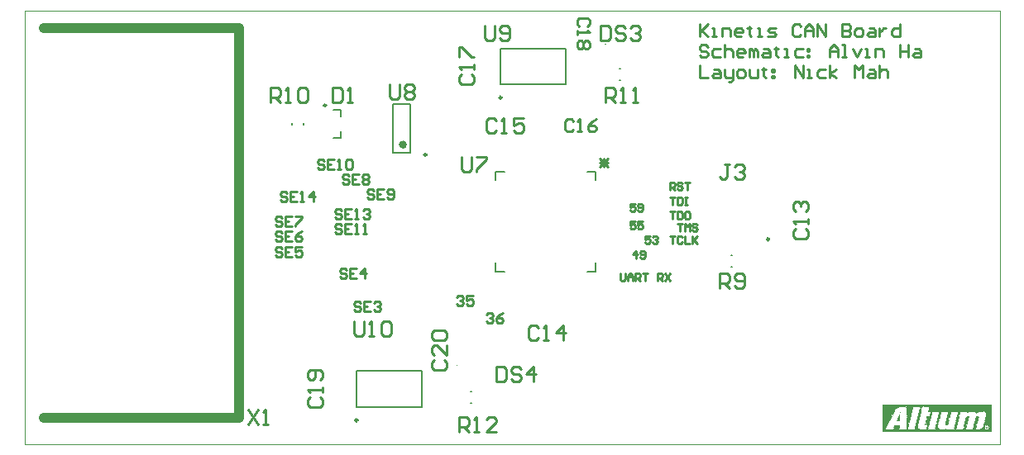
<source format=gto>
G04*
G04 #@! TF.GenerationSoftware,Altium Limited,Altium Designer,18.1.6 (161)*
G04*
G04 Layer_Color=65535*
%FSLAX25Y25*%
%MOIN*%
G70*
G01*
G75*
%ADD10C,0.00984*%
%ADD11C,0.00394*%
%ADD12C,0.01575*%
%ADD13C,0.00787*%
%ADD14C,0.03937*%
%ADD15C,0.00600*%
%ADD16C,0.01000*%
%ADD17C,0.00100*%
G36*
X389742Y15938D02*
Y15868D01*
Y15797D01*
Y15726D01*
Y15656D01*
Y15585D01*
Y15515D01*
Y15444D01*
Y15373D01*
Y15303D01*
Y15232D01*
Y15161D01*
Y15091D01*
Y15020D01*
Y14949D01*
Y14879D01*
Y14808D01*
Y14737D01*
Y14667D01*
Y14596D01*
Y14525D01*
Y14455D01*
Y14384D01*
Y14313D01*
Y14243D01*
Y14172D01*
Y14101D01*
Y14031D01*
Y13960D01*
Y13889D01*
Y13819D01*
Y13748D01*
Y13677D01*
Y13607D01*
Y13536D01*
Y13465D01*
Y13395D01*
Y13324D01*
Y13253D01*
Y13183D01*
Y13112D01*
Y13041D01*
Y12971D01*
Y12900D01*
Y12829D01*
Y12759D01*
Y12688D01*
Y12617D01*
Y12547D01*
Y12476D01*
Y12405D01*
Y12335D01*
Y12264D01*
Y12193D01*
Y12123D01*
Y12052D01*
Y11981D01*
Y11911D01*
Y11840D01*
Y11769D01*
Y11699D01*
Y11628D01*
Y11557D01*
Y11487D01*
Y11416D01*
Y11345D01*
Y11275D01*
Y11204D01*
Y11133D01*
Y11063D01*
Y10992D01*
Y10921D01*
Y10851D01*
Y10780D01*
Y10709D01*
Y10639D01*
Y10568D01*
Y10497D01*
Y10427D01*
Y10356D01*
Y10285D01*
Y10215D01*
Y10144D01*
Y10073D01*
Y10003D01*
Y9932D01*
Y9861D01*
Y9791D01*
Y9720D01*
Y9650D01*
Y9579D01*
Y9508D01*
Y9437D01*
Y9367D01*
Y9296D01*
Y9225D01*
Y9155D01*
Y9084D01*
Y9014D01*
Y8943D01*
Y8872D01*
Y8801D01*
Y8731D01*
Y8660D01*
Y8590D01*
Y8519D01*
Y8448D01*
Y8377D01*
Y8307D01*
Y8236D01*
Y8166D01*
Y8095D01*
Y8024D01*
Y7954D01*
Y7883D01*
Y7812D01*
Y7741D01*
Y7671D01*
Y7600D01*
Y7530D01*
Y7459D01*
Y7388D01*
Y7318D01*
Y7247D01*
Y7176D01*
Y7106D01*
Y7035D01*
Y6964D01*
Y6894D01*
Y6823D01*
Y6752D01*
Y6682D01*
Y6611D01*
Y6540D01*
Y6470D01*
Y6399D01*
Y6328D01*
Y6258D01*
Y6187D01*
Y6116D01*
Y6046D01*
Y5975D01*
Y5904D01*
Y5834D01*
Y5763D01*
Y5692D01*
Y5622D01*
Y5551D01*
Y5480D01*
Y5410D01*
Y5339D01*
Y5268D01*
Y5198D01*
Y5127D01*
Y5056D01*
Y4986D01*
X345648D01*
Y5056D01*
Y5127D01*
Y5198D01*
Y5268D01*
Y5339D01*
Y5410D01*
Y5480D01*
Y5551D01*
Y5622D01*
Y5692D01*
Y5763D01*
Y5834D01*
Y5904D01*
Y5975D01*
Y6046D01*
Y6116D01*
Y6187D01*
Y6258D01*
Y6328D01*
Y6399D01*
Y6470D01*
Y6540D01*
Y6611D01*
Y6682D01*
Y6752D01*
Y6823D01*
Y6894D01*
Y6964D01*
Y7035D01*
Y7106D01*
Y7176D01*
Y7247D01*
Y7318D01*
Y7388D01*
Y7459D01*
Y7530D01*
Y7600D01*
Y7671D01*
Y7741D01*
Y7812D01*
Y7883D01*
Y7954D01*
Y8024D01*
Y8095D01*
Y8166D01*
Y8236D01*
Y8307D01*
Y8377D01*
Y8448D01*
Y8519D01*
Y8590D01*
Y8660D01*
Y8731D01*
Y8801D01*
Y8872D01*
Y8943D01*
Y9014D01*
Y9084D01*
Y9155D01*
Y9225D01*
Y9296D01*
Y9367D01*
Y9437D01*
Y9508D01*
Y9579D01*
Y9650D01*
Y9720D01*
Y9791D01*
Y9861D01*
Y9932D01*
Y10003D01*
Y10073D01*
Y10144D01*
Y10215D01*
Y10285D01*
Y10356D01*
Y10427D01*
Y10497D01*
Y10568D01*
Y10639D01*
Y10709D01*
Y10780D01*
Y10851D01*
Y10921D01*
Y10992D01*
Y11063D01*
Y11133D01*
Y11204D01*
Y11275D01*
Y11345D01*
Y11416D01*
Y11487D01*
Y11557D01*
Y11628D01*
Y11699D01*
Y11769D01*
Y11840D01*
Y11911D01*
Y11981D01*
Y12052D01*
Y12123D01*
Y12193D01*
Y12264D01*
Y12335D01*
Y12405D01*
Y12476D01*
Y12547D01*
Y12617D01*
Y12688D01*
Y12759D01*
Y12829D01*
Y12900D01*
Y12971D01*
Y13041D01*
Y13112D01*
Y13183D01*
Y13253D01*
Y13324D01*
Y13395D01*
Y13465D01*
Y13536D01*
Y13607D01*
Y13677D01*
Y13748D01*
Y13819D01*
Y13889D01*
Y13960D01*
Y14031D01*
Y14101D01*
Y14172D01*
Y14243D01*
Y14313D01*
Y14384D01*
Y14455D01*
Y14525D01*
Y14596D01*
Y14667D01*
Y14737D01*
Y14808D01*
Y14879D01*
Y14949D01*
Y15020D01*
Y15091D01*
Y15161D01*
Y15232D01*
Y15303D01*
Y15373D01*
Y15444D01*
Y15515D01*
Y15585D01*
Y15656D01*
Y15726D01*
Y15797D01*
Y15868D01*
Y15938D01*
Y16009D01*
X389742D01*
Y15938D01*
D02*
G37*
%LPC*%
G36*
X362183Y15161D02*
X362113D01*
Y15091D01*
X362183D01*
Y15161D01*
D02*
G37*
G36*
X360841D02*
X360770D01*
Y15091D01*
X360841D01*
Y15161D01*
D02*
G37*
G36*
X355117D02*
X355047D01*
Y15091D01*
X355117D01*
Y15161D01*
D02*
G37*
G36*
X353421D02*
X353350D01*
Y15091D01*
X353421D01*
Y15161D01*
D02*
G37*
G36*
X362325Y15091D02*
X362254D01*
Y15020D01*
X362325D01*
Y15091D01*
D02*
G37*
G36*
X360982Y15161D02*
X360911D01*
Y15091D01*
X360982D01*
Y15020D01*
X361053D01*
Y15091D01*
X360982D01*
Y15161D01*
D02*
G37*
G36*
X355329Y15091D02*
X355258D01*
Y15020D01*
X355329D01*
Y15091D01*
D02*
G37*
G36*
X353068D02*
X352997D01*
Y15020D01*
X353068D01*
Y15091D01*
D02*
G37*
G36*
X352926D02*
X352856D01*
Y15020D01*
X352926D01*
Y15091D01*
D02*
G37*
G36*
X352573D02*
X352503D01*
Y15020D01*
X352573D01*
Y15091D01*
D02*
G37*
G36*
X352503Y15020D02*
X352432D01*
Y14949D01*
X352503D01*
Y14879D01*
X352573D01*
Y14949D01*
X352503D01*
Y15020D01*
D02*
G37*
G36*
X360982Y14808D02*
X360911D01*
Y14737D01*
X360982D01*
Y14808D01*
D02*
G37*
G36*
X361053Y14667D02*
X360982D01*
Y14596D01*
X361053D01*
Y14667D01*
D02*
G37*
G36*
X358085D02*
X358014D01*
Y14596D01*
X358085D01*
Y14667D01*
D02*
G37*
G36*
X352079D02*
X352008D01*
Y14596D01*
X352079D01*
Y14667D01*
D02*
G37*
G36*
X351796D02*
X351655D01*
Y14596D01*
X351796D01*
Y14667D01*
D02*
G37*
G36*
X361689D02*
X361547D01*
Y14596D01*
X361618D01*
Y14525D01*
X361689D01*
Y14596D01*
Y14667D01*
D02*
G37*
G36*
X351513Y14596D02*
X351443D01*
Y14525D01*
X351513D01*
Y14596D01*
D02*
G37*
G36*
X361053Y14525D02*
X360982D01*
Y14455D01*
X361053D01*
Y14525D01*
D02*
G37*
G36*
X361618D02*
X361547D01*
Y14455D01*
X361618D01*
Y14384D01*
X361689D01*
Y14455D01*
X361618D01*
Y14525D01*
D02*
G37*
G36*
X360982Y14455D02*
X360911D01*
Y14384D01*
X360982D01*
Y14455D01*
D02*
G37*
G36*
X351584D02*
X351513D01*
Y14384D01*
X351584D01*
Y14455D01*
D02*
G37*
G36*
X361618Y14384D02*
X361547D01*
Y14313D01*
X361618D01*
Y14384D01*
D02*
G37*
G36*
X355258Y15020D02*
X353280D01*
Y14949D01*
X352997D01*
Y14879D01*
X352785D01*
Y14808D01*
X352573D01*
Y14737D01*
X352361D01*
Y14667D01*
X352291D01*
Y14596D01*
X352149D01*
Y14525D01*
X352008D01*
Y14455D01*
X351937D01*
Y14384D01*
X351796D01*
Y14313D01*
X351725D01*
Y14243D01*
X351584D01*
Y14313D01*
X351513D01*
Y14243D01*
X351584D01*
Y14172D01*
X351513D01*
Y14101D01*
X351443D01*
Y14031D01*
X351372D01*
Y13960D01*
X351301D01*
Y13889D01*
X351231D01*
Y13960D01*
X351160D01*
Y13889D01*
X351231D01*
Y13819D01*
Y13748D01*
X351160D01*
Y13677D01*
X351089D01*
Y13607D01*
X351019D01*
Y13536D01*
X350948D01*
Y13465D01*
Y13395D01*
X350877D01*
Y13324D01*
Y13253D01*
X350807D01*
Y13183D01*
X350736D01*
Y13112D01*
Y13041D01*
X350665D01*
Y12971D01*
Y12900D01*
X350595D01*
Y12829D01*
Y12759D01*
X350524D01*
Y12688D01*
Y12617D01*
X350453D01*
Y12688D01*
X350383D01*
Y12617D01*
X350453D01*
Y12547D01*
X350383D01*
Y12476D01*
Y12405D01*
Y12335D01*
X350312D01*
Y12264D01*
X350241D01*
Y12193D01*
Y12123D01*
X350171D01*
Y12052D01*
Y11981D01*
X350100D01*
Y11911D01*
Y11840D01*
X350029D01*
Y11769D01*
Y11699D01*
X349959D01*
Y11628D01*
X349888D01*
Y11557D01*
Y11487D01*
Y11416D01*
X349817D01*
Y11345D01*
Y11275D01*
X349747D01*
Y11204D01*
X349676D01*
Y11133D01*
Y11063D01*
X349605D01*
Y10992D01*
Y10921D01*
X349535D01*
Y10851D01*
Y10780D01*
X349464D01*
Y10709D01*
X349393D01*
Y10780D01*
X349323D01*
Y10709D01*
X349393D01*
Y10639D01*
Y10568D01*
Y10497D01*
X349323D01*
Y10427D01*
Y10356D01*
X349252D01*
Y10285D01*
X349181D01*
Y10215D01*
Y10144D01*
X349111D01*
Y10073D01*
Y10003D01*
X349040D01*
Y9932D01*
Y9861D01*
X348969D01*
Y9791D01*
Y9720D01*
X348899D01*
Y9650D01*
Y9579D01*
X348828D01*
Y9508D01*
Y9437D01*
X348757D01*
Y9367D01*
X348687D01*
Y9296D01*
Y9225D01*
X348616D01*
Y9155D01*
Y9084D01*
X348545D01*
Y9014D01*
Y8943D01*
X348475D01*
Y8872D01*
Y8801D01*
X348404D01*
Y8731D01*
Y8660D01*
X348333D01*
Y8590D01*
Y8519D01*
X348263D01*
Y8448D01*
X348192D01*
Y8377D01*
Y8307D01*
X348121D01*
Y8236D01*
Y8166D01*
X348051D01*
Y8095D01*
Y8024D01*
X347980D01*
Y7954D01*
Y7883D01*
X347909D01*
Y7812D01*
Y7741D01*
X347839D01*
Y7671D01*
Y7600D01*
X347768D01*
Y7530D01*
Y7459D01*
X347697D01*
Y7388D01*
X347627D01*
Y7318D01*
Y7247D01*
Y7176D01*
X347556D01*
Y7106D01*
X347485D01*
Y7035D01*
Y6964D01*
X347415D01*
Y6894D01*
Y6823D01*
X347344D01*
Y6752D01*
Y6682D01*
X347273D01*
Y6611D01*
Y6540D01*
X347203D01*
Y6470D01*
X347132D01*
Y6399D01*
Y6328D01*
Y6258D01*
X347061D01*
Y6187D01*
X346991D01*
Y6116D01*
Y6046D01*
Y5975D01*
X349959D01*
Y6046D01*
Y6116D01*
X350029D01*
Y6187D01*
Y6258D01*
X350100D01*
Y6328D01*
Y6399D01*
X350171D01*
Y6470D01*
Y6540D01*
X350241D01*
Y6611D01*
Y6682D01*
Y6752D01*
X350312D01*
Y6823D01*
Y6894D01*
X350383D01*
Y6964D01*
Y7035D01*
X350453D01*
Y7106D01*
Y7176D01*
Y7247D01*
X350524D01*
Y7318D01*
Y7388D01*
X350595D01*
Y7459D01*
Y7530D01*
X352715D01*
Y7459D01*
X352644D01*
Y7388D01*
Y7318D01*
Y7247D01*
Y7176D01*
Y7106D01*
Y7035D01*
Y6964D01*
Y6894D01*
Y6823D01*
Y6752D01*
Y6682D01*
Y6611D01*
Y6540D01*
Y6470D01*
Y6399D01*
Y6328D01*
Y6258D01*
Y6187D01*
Y6116D01*
X352573D01*
Y6046D01*
X352644D01*
Y5975D01*
X355682D01*
Y5904D01*
Y5834D01*
X355753D01*
Y5904D01*
Y5975D01*
X355682D01*
Y6046D01*
X355612D01*
Y6116D01*
Y6187D01*
Y6258D01*
Y6328D01*
Y6399D01*
Y6470D01*
Y6540D01*
Y6611D01*
Y6682D01*
Y6752D01*
Y6823D01*
Y6894D01*
Y6964D01*
Y7035D01*
Y7106D01*
X355541D01*
Y7176D01*
Y7247D01*
Y7318D01*
Y7388D01*
Y7459D01*
Y7530D01*
Y7600D01*
Y7671D01*
Y7741D01*
Y7812D01*
Y7883D01*
Y7954D01*
Y8024D01*
Y8095D01*
Y8166D01*
Y8236D01*
Y8307D01*
Y8377D01*
Y8448D01*
Y8519D01*
Y8590D01*
Y8660D01*
Y8731D01*
X355470D01*
Y8801D01*
Y8872D01*
Y8943D01*
Y9014D01*
Y9084D01*
Y9155D01*
Y9225D01*
Y9296D01*
Y9367D01*
Y9437D01*
Y9508D01*
Y9579D01*
Y9650D01*
Y9720D01*
Y9791D01*
Y9861D01*
Y9932D01*
Y10003D01*
Y10073D01*
Y10144D01*
Y10215D01*
Y10285D01*
Y10356D01*
Y10427D01*
Y10497D01*
Y10568D01*
Y10639D01*
Y10709D01*
Y10780D01*
Y10851D01*
Y10921D01*
Y10992D01*
Y11063D01*
Y11133D01*
X355400D01*
Y11204D01*
Y11275D01*
Y11345D01*
Y11416D01*
Y11487D01*
Y11557D01*
Y11628D01*
Y11699D01*
Y11769D01*
Y11840D01*
Y11911D01*
Y11981D01*
Y12052D01*
Y12123D01*
Y12193D01*
Y12264D01*
Y12335D01*
Y12405D01*
Y12476D01*
Y12547D01*
Y12617D01*
Y12688D01*
Y12759D01*
Y12829D01*
X355329D01*
Y12900D01*
Y12971D01*
Y13041D01*
Y13112D01*
Y13183D01*
Y13253D01*
Y13324D01*
Y13395D01*
Y13465D01*
Y13536D01*
Y13607D01*
Y13677D01*
Y13748D01*
Y13819D01*
Y13889D01*
Y13960D01*
Y14031D01*
Y14101D01*
Y14172D01*
Y14243D01*
Y14313D01*
Y14384D01*
Y14455D01*
X355258D01*
Y14525D01*
Y14596D01*
Y14667D01*
Y14737D01*
Y14808D01*
Y14879D01*
Y14949D01*
Y15020D01*
D02*
G37*
G36*
X360841Y14172D02*
X360770D01*
Y14101D01*
X360841D01*
Y14172D01*
D02*
G37*
G36*
X351089Y14243D02*
X351019D01*
Y14172D01*
X351089D01*
Y14101D01*
X351160D01*
Y14172D01*
X351089D01*
Y14243D01*
D02*
G37*
G36*
X364586Y14949D02*
X361971D01*
Y14879D01*
X361901D01*
Y14808D01*
Y14737D01*
Y14667D01*
Y14596D01*
Y14525D01*
X361830D01*
Y14455D01*
Y14384D01*
Y14313D01*
Y14243D01*
X361759D01*
Y14172D01*
Y14101D01*
Y14031D01*
X361689D01*
Y14101D01*
Y14172D01*
X361618D01*
Y14101D01*
Y14031D01*
X361689D01*
Y13960D01*
Y13889D01*
Y13819D01*
Y13748D01*
X361618D01*
Y13677D01*
Y13607D01*
Y13536D01*
Y13465D01*
Y13395D01*
X361547D01*
Y13324D01*
Y13253D01*
Y13183D01*
Y13112D01*
X361477D01*
Y13041D01*
Y12971D01*
Y12900D01*
X361406D01*
Y12829D01*
Y12759D01*
Y12688D01*
Y12617D01*
Y12547D01*
X361335D01*
Y12476D01*
Y12405D01*
Y12335D01*
Y12264D01*
X361265D01*
Y12193D01*
Y12123D01*
Y12052D01*
X361194D01*
Y11981D01*
Y11911D01*
Y11840D01*
Y11769D01*
X361123D01*
Y11699D01*
Y11628D01*
Y11557D01*
Y11487D01*
Y11416D01*
X361053D01*
Y11345D01*
Y11275D01*
Y11204D01*
Y11133D01*
X360982D01*
Y11063D01*
Y10992D01*
Y10921D01*
X360911D01*
Y10851D01*
Y10780D01*
Y10709D01*
Y10639D01*
Y10568D01*
X360841D01*
Y10497D01*
Y10427D01*
Y10356D01*
Y10285D01*
X360770D01*
Y10215D01*
Y10144D01*
Y10073D01*
X360700D01*
Y10003D01*
Y9932D01*
Y9861D01*
Y9791D01*
X360629D01*
Y9720D01*
Y9650D01*
Y9579D01*
Y9508D01*
Y9437D01*
X360558D01*
Y9367D01*
Y9296D01*
Y9225D01*
X360488D01*
Y9155D01*
Y9084D01*
Y9014D01*
Y8943D01*
X360417D01*
Y8872D01*
Y8801D01*
Y8731D01*
Y8660D01*
X360346D01*
Y8590D01*
Y8519D01*
Y8448D01*
Y8377D01*
Y8307D01*
X360276D01*
Y8236D01*
Y8166D01*
Y8095D01*
X360205D01*
Y8024D01*
Y7954D01*
Y7883D01*
Y7812D01*
X360134D01*
Y7741D01*
Y7671D01*
Y7600D01*
Y7530D01*
Y7459D01*
X360064D01*
Y7388D01*
Y7318D01*
Y7247D01*
Y7176D01*
Y7106D01*
Y7035D01*
Y6964D01*
Y6894D01*
Y6823D01*
Y6752D01*
Y6682D01*
Y6611D01*
Y6540D01*
X360134D01*
Y6470D01*
Y6399D01*
X360205D01*
Y6328D01*
X360276D01*
Y6258D01*
X360346D01*
Y6187D01*
X360488D01*
Y6116D01*
X360629D01*
Y6046D01*
X360841D01*
Y5975D01*
X361194D01*
Y5904D01*
X362961D01*
Y5975D01*
X363385D01*
Y5904D01*
X363455D01*
Y5975D01*
X363385D01*
Y6046D01*
X363455D01*
Y6116D01*
Y6187D01*
Y6258D01*
Y6328D01*
X363526D01*
Y6399D01*
Y6470D01*
Y6540D01*
Y6611D01*
Y6682D01*
X363597D01*
Y6752D01*
Y6823D01*
Y6894D01*
X363667D01*
Y6964D01*
Y7035D01*
Y7106D01*
Y7176D01*
X363738D01*
Y7247D01*
Y7318D01*
Y7388D01*
Y7459D01*
Y7530D01*
Y7600D01*
X362961D01*
Y7671D01*
X362890D01*
Y7741D01*
Y7812D01*
X362820D01*
Y7883D01*
Y7954D01*
Y8024D01*
X362890D01*
Y8095D01*
Y8166D01*
Y8236D01*
X362961D01*
Y8307D01*
Y8377D01*
Y8448D01*
Y8519D01*
Y8590D01*
X363031D01*
Y8660D01*
Y8731D01*
Y8801D01*
Y8872D01*
X363102D01*
Y8943D01*
Y9014D01*
Y9084D01*
Y9155D01*
X363173D01*
Y9225D01*
Y9296D01*
Y9367D01*
X363243D01*
Y9437D01*
Y9508D01*
Y9579D01*
Y9650D01*
Y9720D01*
X363314D01*
Y9791D01*
Y9861D01*
Y9932D01*
Y10003D01*
X363385D01*
Y10073D01*
Y10144D01*
Y10215D01*
Y10285D01*
X363455D01*
Y10356D01*
Y10427D01*
Y10497D01*
Y10568D01*
X363526D01*
Y10639D01*
Y10709D01*
Y10780D01*
Y10851D01*
X363597D01*
Y10921D01*
Y10992D01*
Y11063D01*
Y11133D01*
X363667D01*
Y11204D01*
X364727D01*
Y11275D01*
Y11345D01*
Y11416D01*
Y11487D01*
X364798D01*
Y11557D01*
Y11628D01*
Y11699D01*
Y11769D01*
X364869D01*
Y11840D01*
Y11911D01*
Y11981D01*
Y12052D01*
X364939D01*
Y12123D01*
Y12193D01*
Y12264D01*
X365010D01*
Y12335D01*
Y12405D01*
Y12476D01*
Y12547D01*
Y12617D01*
X365081D01*
Y12688D01*
Y12759D01*
Y12829D01*
X364021D01*
Y12900D01*
X364091D01*
Y12971D01*
Y13041D01*
Y13112D01*
X364162D01*
Y13183D01*
Y13253D01*
Y13324D01*
X364233D01*
Y13395D01*
Y13465D01*
Y13536D01*
Y13607D01*
Y13677D01*
X364303D01*
Y13748D01*
Y13819D01*
Y13889D01*
Y13960D01*
X364374D01*
Y14031D01*
Y14101D01*
Y14172D01*
X364445D01*
Y14243D01*
Y14313D01*
Y14384D01*
Y14455D01*
X364515D01*
Y14525D01*
Y14596D01*
Y14667D01*
Y14737D01*
X364586D01*
Y14808D01*
Y14879D01*
Y14949D01*
D02*
G37*
G36*
X351301Y14101D02*
X351231D01*
Y14031D01*
X351301D01*
Y14101D01*
D02*
G37*
G36*
X351089D02*
X351019D01*
Y14031D01*
X351089D01*
Y14101D01*
D02*
G37*
G36*
X364515Y14031D02*
X364445D01*
Y13960D01*
X364515D01*
Y14031D01*
D02*
G37*
G36*
X351019D02*
X350948D01*
Y13960D01*
X351019D01*
Y14031D01*
D02*
G37*
G36*
X361618Y13960D02*
X361547D01*
Y13889D01*
X361618D01*
Y13960D01*
D02*
G37*
G36*
X364586Y13889D02*
X364515D01*
Y13819D01*
X364586D01*
Y13889D01*
D02*
G37*
G36*
X351019D02*
X350948D01*
Y13819D01*
X351019D01*
Y13889D01*
D02*
G37*
G36*
X357802Y13819D02*
X357732D01*
Y13748D01*
X357802D01*
Y13677D01*
X357873D01*
Y13748D01*
X357802D01*
Y13819D01*
D02*
G37*
G36*
X351019Y13748D02*
X350948D01*
Y13677D01*
X351019D01*
Y13748D01*
D02*
G37*
G36*
X357802Y13677D02*
X357732D01*
Y13607D01*
X357802D01*
Y13677D01*
D02*
G37*
G36*
X357732Y13607D02*
X357661D01*
Y13536D01*
X357732D01*
Y13607D01*
D02*
G37*
G36*
X364586Y13677D02*
X364515D01*
Y13607D01*
Y13536D01*
X364445D01*
Y13465D01*
X364586D01*
Y13536D01*
Y13607D01*
Y13677D01*
D02*
G37*
G36*
X386633Y13395D02*
X386562D01*
Y13324D01*
X386633D01*
Y13395D01*
D02*
G37*
G36*
X385361D02*
X385291D01*
Y13324D01*
X385361D01*
Y13395D01*
D02*
G37*
G36*
X382676D02*
X382605D01*
Y13324D01*
X382676D01*
Y13395D01*
D02*
G37*
G36*
X364445D02*
X364374D01*
Y13324D01*
X364445D01*
Y13395D01*
D02*
G37*
G36*
X386492Y13324D02*
X386421D01*
Y13253D01*
X386492D01*
Y13324D01*
D02*
G37*
G36*
X385785Y13395D02*
X385715D01*
Y13324D01*
X385785D01*
Y13253D01*
X385856D01*
Y13324D01*
X385785D01*
Y13395D01*
D02*
G37*
G36*
X385715Y13324D02*
X385644D01*
Y13253D01*
X385715D01*
Y13324D01*
D02*
G37*
G36*
X385291D02*
X385220D01*
Y13253D01*
X385291D01*
Y13324D01*
D02*
G37*
G36*
X384937D02*
X384866D01*
Y13253D01*
X384937D01*
Y13324D01*
D02*
G37*
G36*
X382605D02*
X382535D01*
Y13253D01*
X382605D01*
Y13324D01*
D02*
G37*
G36*
X382181D02*
X381969D01*
Y13253D01*
X382181D01*
Y13324D01*
D02*
G37*
G36*
X381192D02*
X381121D01*
Y13253D01*
X381192D01*
Y13324D01*
D02*
G37*
G36*
X350736D02*
X350665D01*
Y13253D01*
X350736D01*
Y13324D01*
D02*
G37*
G36*
X386280Y13253D02*
X386209D01*
Y13183D01*
X386280D01*
Y13253D01*
D02*
G37*
G36*
X385644D02*
X385573D01*
Y13183D01*
X385644D01*
Y13253D01*
D02*
G37*
G36*
X385432D02*
X385361D01*
Y13183D01*
X385432D01*
Y13253D01*
D02*
G37*
G36*
X382393D02*
X382323D01*
Y13183D01*
X382393D01*
Y13253D01*
D02*
G37*
G36*
X381969D02*
X381899D01*
Y13183D01*
X381969D01*
Y13253D01*
D02*
G37*
G36*
X381687D02*
X381616D01*
Y13183D01*
X381687D01*
Y13253D01*
D02*
G37*
G36*
X357732D02*
X357661D01*
Y13183D01*
X357732D01*
Y13253D01*
D02*
G37*
G36*
X350665D02*
X350595D01*
Y13183D01*
X350665D01*
Y13253D01*
D02*
G37*
G36*
X386139Y13183D02*
X385997D01*
Y13112D01*
X386139D01*
Y13183D01*
D02*
G37*
G36*
X385149Y13253D02*
X385079D01*
Y13183D01*
Y13112D01*
X385149D01*
Y13183D01*
Y13253D01*
D02*
G37*
G36*
X381404Y13183D02*
X381333D01*
Y13112D01*
X381404D01*
Y13183D01*
D02*
G37*
G36*
X381121D02*
X381051D01*
Y13112D01*
X381121D01*
Y13183D01*
D02*
G37*
G36*
X361335D02*
X361265D01*
Y13112D01*
X361335D01*
Y13183D01*
D02*
G37*
G36*
X386633Y13112D02*
X386562D01*
Y13041D01*
X386633D01*
Y13112D01*
D02*
G37*
G36*
X384301Y12900D02*
X384230D01*
Y12829D01*
X384301D01*
Y12900D01*
D02*
G37*
G36*
X383453D02*
X383383D01*
Y12829D01*
X383453D01*
Y12900D01*
D02*
G37*
G36*
X383241D02*
X383171D01*
Y12829D01*
X383241D01*
Y12900D01*
D02*
G37*
G36*
X379920D02*
X379849D01*
Y12829D01*
X379920D01*
Y12900D01*
D02*
G37*
G36*
X372500D02*
X372430D01*
Y12829D01*
X372500D01*
Y12900D01*
D02*
G37*
G36*
X365646D02*
X365505D01*
Y12829D01*
X365646D01*
Y12900D01*
D02*
G37*
G36*
X361123D02*
X361053D01*
Y12829D01*
X361123D01*
Y12900D01*
D02*
G37*
G36*
X360558D02*
X360488D01*
Y12829D01*
X360558D01*
Y12900D01*
D02*
G37*
G36*
X387481Y12829D02*
X387410D01*
Y12759D01*
X387481D01*
Y12829D01*
D02*
G37*
G36*
X384230D02*
X384160D01*
Y12759D01*
X384230D01*
Y12829D01*
D02*
G37*
G36*
X361335Y12900D02*
X361265D01*
Y12829D01*
Y12759D01*
X361335D01*
Y12829D01*
Y12900D01*
D02*
G37*
G36*
X350312D02*
X350100D01*
Y12829D01*
Y12759D01*
X350171D01*
Y12688D01*
X350241D01*
Y12617D01*
Y12547D01*
X350312D01*
Y12617D01*
Y12688D01*
X350241D01*
Y12759D01*
X350171D01*
Y12829D01*
X350312D01*
Y12759D01*
X350383D01*
Y12829D01*
X350312D01*
Y12900D01*
D02*
G37*
G36*
X387410Y12759D02*
X387340D01*
Y12688D01*
X387410D01*
Y12759D01*
D02*
G37*
G36*
X387198Y12900D02*
X387128D01*
Y12829D01*
Y12759D01*
X387198D01*
Y12688D01*
X387269D01*
Y12759D01*
X387198D01*
Y12829D01*
Y12900D01*
D02*
G37*
G36*
X384160Y12759D02*
X384089D01*
Y12688D01*
X384160D01*
Y12759D01*
D02*
G37*
G36*
X383241D02*
X383171D01*
Y12688D01*
X383241D01*
Y12759D01*
D02*
G37*
G36*
X380132D02*
X380061D01*
Y12688D01*
X380132D01*
Y12759D01*
D02*
G37*
G36*
X360558D02*
X360488D01*
Y12688D01*
X360558D01*
Y12759D01*
D02*
G37*
G36*
X377094Y12688D02*
X377023D01*
Y12617D01*
X377094D01*
Y12688D01*
D02*
G37*
G36*
X372288Y12900D02*
X372218D01*
Y12829D01*
X372288D01*
Y12759D01*
X372430D01*
Y12688D01*
X372500D01*
Y12617D01*
X372571D01*
Y12688D01*
X372500D01*
Y12759D01*
X372430D01*
Y12829D01*
X372288D01*
Y12900D01*
D02*
G37*
G36*
X372359Y12688D02*
X372288D01*
Y12617D01*
X372359D01*
Y12688D01*
D02*
G37*
G36*
X361265D02*
X361194D01*
Y12617D01*
X361265D01*
Y12688D01*
D02*
G37*
G36*
X380061Y12617D02*
X379991D01*
Y12547D01*
X380061D01*
Y12617D01*
D02*
G37*
G36*
X361194D02*
X361123D01*
Y12547D01*
X361194D01*
Y12617D01*
D02*
G37*
G36*
X387410D02*
X387340D01*
Y12547D01*
X387410D01*
Y12476D01*
X387481D01*
Y12547D01*
X387410D01*
Y12617D01*
D02*
G37*
G36*
X372500D02*
X372430D01*
Y12547D01*
X372500D01*
Y12476D01*
X372571D01*
Y12547D01*
X372500D01*
Y12617D01*
D02*
G37*
G36*
X361123Y12547D02*
X361053D01*
Y12476D01*
X361123D01*
Y12547D01*
D02*
G37*
G36*
X373278Y12476D02*
X373207D01*
Y12405D01*
X373278D01*
Y12476D01*
D02*
G37*
G36*
X360417D02*
X360346D01*
Y12405D01*
X360417D01*
Y12476D01*
D02*
G37*
G36*
X383524D02*
X383453D01*
Y12405D01*
X383524D01*
Y12335D01*
X383595D01*
Y12405D01*
X383524D01*
Y12476D01*
D02*
G37*
G36*
X373207Y12405D02*
X373136D01*
Y12335D01*
X373207D01*
Y12405D01*
D02*
G37*
G36*
X369250D02*
X369179D01*
Y12335D01*
X369250D01*
Y12405D01*
D02*
G37*
G36*
X361194D02*
X361123D01*
Y12335D01*
X361194D01*
Y12405D01*
D02*
G37*
G36*
X350241D02*
X350171D01*
Y12335D01*
X350241D01*
Y12405D01*
D02*
G37*
G36*
X368543Y12900D02*
X368473D01*
Y12829D01*
X365858D01*
Y12759D01*
Y12688D01*
Y12617D01*
Y12547D01*
Y12476D01*
X365787D01*
Y12405D01*
Y12335D01*
Y12264D01*
X365717D01*
Y12335D01*
X365646D01*
Y12264D01*
X365717D01*
Y12193D01*
Y12123D01*
Y12052D01*
Y11981D01*
X365646D01*
Y11911D01*
Y11840D01*
Y11769D01*
Y11699D01*
Y11628D01*
X365575D01*
Y11557D01*
Y11487D01*
Y11416D01*
Y11345D01*
X365505D01*
Y11275D01*
Y11204D01*
Y11133D01*
X365434D01*
Y11063D01*
Y10992D01*
Y10921D01*
Y10851D01*
X365363D01*
Y10780D01*
Y10709D01*
Y10639D01*
Y10568D01*
Y10497D01*
X365293D01*
Y10427D01*
Y10356D01*
Y10285D01*
Y10215D01*
X365222D01*
Y10144D01*
Y10073D01*
Y10003D01*
X365151D01*
Y9932D01*
Y9861D01*
Y9791D01*
Y9720D01*
Y9650D01*
X365081D01*
Y9579D01*
Y9508D01*
Y9437D01*
Y9367D01*
X365010D01*
Y9296D01*
Y9225D01*
Y9155D01*
X364939D01*
Y9084D01*
Y9014D01*
Y8943D01*
Y8872D01*
X364869D01*
Y8801D01*
Y8731D01*
Y8660D01*
Y8590D01*
Y8519D01*
X364798D01*
Y8448D01*
Y8377D01*
Y8307D01*
Y8236D01*
X364727D01*
Y8166D01*
Y8095D01*
Y8024D01*
X364657D01*
Y7954D01*
Y7883D01*
Y7812D01*
Y7741D01*
Y7671D01*
X364586D01*
Y7600D01*
Y7530D01*
Y7459D01*
Y7388D01*
X364515D01*
Y7318D01*
Y7247D01*
Y7176D01*
Y7106D01*
X364445D01*
Y7035D01*
Y6964D01*
Y6894D01*
X364374D01*
Y6823D01*
Y6752D01*
Y6682D01*
Y6611D01*
Y6540D01*
X364303D01*
Y6470D01*
Y6399D01*
Y6328D01*
Y6258D01*
X364233D01*
Y6187D01*
Y6116D01*
Y6046D01*
Y5975D01*
X366847D01*
Y6046D01*
Y6116D01*
Y6187D01*
X366918D01*
Y6258D01*
Y6328D01*
Y6399D01*
Y6470D01*
X366989D01*
Y6540D01*
Y6611D01*
Y6682D01*
Y6752D01*
Y6823D01*
X367059D01*
Y6894D01*
Y6964D01*
Y7035D01*
X367130D01*
Y7106D01*
Y7176D01*
Y7247D01*
Y7318D01*
X367201D01*
Y7388D01*
Y7459D01*
Y7530D01*
Y7600D01*
X367271D01*
Y7671D01*
Y7741D01*
Y7812D01*
Y7883D01*
Y7954D01*
X367342D01*
Y8024D01*
Y8095D01*
Y8166D01*
X367413D01*
Y8236D01*
Y8307D01*
Y8377D01*
Y8448D01*
X367483D01*
Y8519D01*
Y8590D01*
Y8660D01*
Y8731D01*
Y8801D01*
X367554D01*
Y8872D01*
Y8943D01*
Y9014D01*
Y9084D01*
X367625D01*
Y9155D01*
Y9225D01*
Y9296D01*
X367695D01*
Y9367D01*
Y9437D01*
Y9508D01*
Y9579D01*
X367766D01*
Y9650D01*
Y9720D01*
Y9791D01*
Y9861D01*
Y9932D01*
X367837D01*
Y10003D01*
Y10073D01*
Y10144D01*
Y10215D01*
X367907D01*
Y10285D01*
Y10356D01*
Y10427D01*
X367978D01*
Y10497D01*
Y10568D01*
Y10639D01*
Y10709D01*
Y10780D01*
X368049D01*
Y10851D01*
Y10921D01*
Y10992D01*
Y11063D01*
X368119D01*
Y11133D01*
Y11204D01*
Y11275D01*
X368190D01*
Y11345D01*
Y11416D01*
Y11487D01*
Y11557D01*
X368261D01*
Y11628D01*
Y11699D01*
Y11769D01*
Y11840D01*
Y11911D01*
X368331D01*
Y11981D01*
Y12052D01*
Y12123D01*
Y12193D01*
X368402D01*
Y12264D01*
Y12335D01*
Y12405D01*
X368473D01*
Y12335D01*
X368543D01*
Y12264D01*
X368614D01*
Y12335D01*
X368543D01*
Y12405D01*
X368473D01*
Y12476D01*
Y12547D01*
Y12617D01*
Y12688D01*
X368543D01*
Y12759D01*
Y12829D01*
Y12900D01*
D02*
G37*
G36*
X350171Y12335D02*
X350100D01*
Y12264D01*
X350171D01*
Y12335D01*
D02*
G37*
G36*
X387552Y12264D02*
X387481D01*
Y12193D01*
X387552D01*
Y12264D01*
D02*
G37*
G36*
X368543D02*
X368473D01*
Y12193D01*
X368543D01*
Y12264D01*
D02*
G37*
G36*
X386280Y13041D02*
X385149D01*
Y12971D01*
X384866D01*
Y12900D01*
X384654D01*
Y12829D01*
X384442D01*
Y12759D01*
X384301D01*
Y12688D01*
X384230D01*
Y12617D01*
X384089D01*
Y12547D01*
X383948D01*
Y12476D01*
X383877D01*
Y12405D01*
X383807D01*
Y12335D01*
X383736D01*
Y12264D01*
X383665D01*
Y12193D01*
X383595D01*
Y12123D01*
X383524D01*
Y12193D01*
X383453D01*
Y12264D01*
Y12335D01*
X383383D01*
Y12405D01*
Y12476D01*
X383312D01*
Y12547D01*
X383241D01*
Y12617D01*
X383171D01*
Y12688D01*
X383100D01*
Y12759D01*
X383029D01*
Y12829D01*
X382888D01*
Y12900D01*
X382676D01*
Y12971D01*
X382393D01*
Y13041D01*
X381263D01*
Y12971D01*
X380980D01*
Y12900D01*
X380768D01*
Y12829D01*
X380556D01*
Y12759D01*
X380415D01*
Y12688D01*
X380344D01*
Y12617D01*
X380203D01*
Y12547D01*
X380132D01*
Y12476D01*
X379991D01*
Y12405D01*
X379920D01*
Y12335D01*
X379849D01*
Y12264D01*
X379779D01*
Y12335D01*
Y12405D01*
Y12476D01*
Y12547D01*
X379849D01*
Y12617D01*
Y12688D01*
Y12759D01*
Y12829D01*
X377235D01*
Y12759D01*
Y12688D01*
X377164D01*
Y12617D01*
Y12547D01*
Y12476D01*
Y12405D01*
Y12335D01*
X377094D01*
Y12264D01*
Y12193D01*
Y12123D01*
Y12052D01*
X377023D01*
Y11981D01*
Y11911D01*
Y11840D01*
X376952D01*
Y11769D01*
Y11699D01*
Y11628D01*
Y11557D01*
X376882D01*
Y11487D01*
Y11416D01*
Y11345D01*
Y11275D01*
Y11204D01*
X376811D01*
Y11133D01*
Y11063D01*
Y10992D01*
X376740D01*
Y11063D01*
X376670D01*
Y10992D01*
X376740D01*
Y10921D01*
Y10851D01*
Y10780D01*
Y10709D01*
X376670D01*
Y10639D01*
Y10568D01*
Y10497D01*
Y10427D01*
Y10356D01*
X376599D01*
Y10285D01*
Y10215D01*
Y10144D01*
Y10073D01*
X376528D01*
Y10003D01*
Y9932D01*
Y9861D01*
X376458D01*
Y9791D01*
Y9720D01*
Y9650D01*
Y9579D01*
X376387D01*
Y9508D01*
Y9437D01*
Y9367D01*
Y9296D01*
Y9225D01*
X376316D01*
Y9155D01*
Y9084D01*
Y9014D01*
X376246D01*
Y8943D01*
Y8872D01*
Y8801D01*
Y8731D01*
X376175D01*
Y8660D01*
Y8590D01*
Y8519D01*
Y8448D01*
Y8377D01*
X376104D01*
Y8307D01*
Y8236D01*
Y8166D01*
Y8095D01*
X376034D01*
Y8024D01*
Y7954D01*
Y7883D01*
X375963D01*
Y7812D01*
Y7741D01*
Y7671D01*
Y7600D01*
X375892D01*
Y7530D01*
Y7459D01*
Y7388D01*
Y7318D01*
Y7247D01*
X375822D01*
Y7176D01*
Y7106D01*
Y7035D01*
Y6964D01*
X375751D01*
Y6894D01*
Y6823D01*
Y6752D01*
X375680D01*
Y6682D01*
Y6611D01*
Y6540D01*
Y6470D01*
Y6399D01*
X375610D01*
Y6328D01*
Y6258D01*
Y6187D01*
Y6116D01*
X375539D01*
Y6046D01*
Y5975D01*
X378153D01*
Y6046D01*
X378224D01*
Y6116D01*
Y6187D01*
Y6258D01*
Y6328D01*
X378295D01*
Y6399D01*
Y6470D01*
Y6540D01*
Y6611D01*
Y6682D01*
X378365D01*
Y6752D01*
Y6823D01*
Y6894D01*
X378436D01*
Y6964D01*
Y7035D01*
Y7106D01*
Y7176D01*
X378507D01*
Y7247D01*
Y7318D01*
Y7388D01*
Y7459D01*
Y7530D01*
X378577D01*
Y7600D01*
Y7671D01*
Y7741D01*
X378648D01*
Y7812D01*
Y7883D01*
Y7954D01*
Y8024D01*
X378719D01*
Y8095D01*
Y8166D01*
Y8236D01*
Y8307D01*
X378789D01*
Y8377D01*
Y8448D01*
Y8519D01*
Y8590D01*
Y8660D01*
X378860D01*
Y8731D01*
Y8801D01*
Y8872D01*
X378931D01*
Y8943D01*
Y9014D01*
Y9084D01*
Y9155D01*
X379001D01*
Y9225D01*
Y9296D01*
Y9367D01*
Y9437D01*
Y9508D01*
X379072D01*
Y9579D01*
Y9650D01*
Y9720D01*
X379143D01*
Y9791D01*
Y9861D01*
Y9932D01*
Y10003D01*
X379213D01*
Y10073D01*
Y10144D01*
Y10215D01*
Y10285D01*
X379284D01*
Y10356D01*
Y10427D01*
Y10497D01*
Y10568D01*
X379355D01*
Y10639D01*
Y10709D01*
Y10780D01*
X379425D01*
Y10851D01*
X379496D01*
Y10921D01*
Y10992D01*
X379567D01*
Y11063D01*
X379637D01*
Y11133D01*
X379779D01*
Y11204D01*
X380556D01*
Y11133D01*
X380627D01*
Y11063D01*
Y10992D01*
Y10921D01*
Y10851D01*
Y10780D01*
Y10709D01*
Y10639D01*
Y10568D01*
Y10497D01*
Y10427D01*
X380556D01*
Y10356D01*
Y10285D01*
Y10215D01*
Y10144D01*
X380485D01*
Y10073D01*
Y10003D01*
Y9932D01*
Y9861D01*
X380415D01*
Y9791D01*
Y9720D01*
Y9650D01*
Y9579D01*
Y9508D01*
X380344D01*
Y9437D01*
Y9367D01*
Y9296D01*
X380273D01*
Y9225D01*
Y9155D01*
Y9084D01*
Y9014D01*
X380203D01*
Y8943D01*
Y8872D01*
Y8801D01*
Y8731D01*
X380132D01*
Y8660D01*
Y8590D01*
Y8519D01*
Y8448D01*
X380061D01*
Y8377D01*
Y8307D01*
Y8236D01*
Y8166D01*
X379991D01*
Y8095D01*
Y8024D01*
Y7954D01*
Y7883D01*
X379920D01*
Y7812D01*
Y7741D01*
Y7671D01*
Y7600D01*
Y7530D01*
X379849D01*
Y7459D01*
Y7388D01*
Y7318D01*
X379779D01*
Y7247D01*
Y7176D01*
Y7106D01*
Y7035D01*
X379708D01*
Y6964D01*
Y6894D01*
Y6823D01*
Y6752D01*
X379637D01*
Y6682D01*
Y6611D01*
Y6540D01*
Y6470D01*
X379567D01*
Y6399D01*
Y6328D01*
Y6258D01*
Y6187D01*
X379496D01*
Y6116D01*
Y6046D01*
Y5975D01*
X382111D01*
Y6046D01*
Y6116D01*
X382181D01*
Y6187D01*
Y6258D01*
Y6328D01*
Y6399D01*
X382252D01*
Y6470D01*
Y6540D01*
Y6611D01*
Y6682D01*
X382323D01*
Y6752D01*
Y6823D01*
Y6894D01*
Y6964D01*
X382393D01*
Y7035D01*
Y7106D01*
Y7176D01*
Y7247D01*
X382464D01*
Y7318D01*
Y7388D01*
Y7459D01*
Y7530D01*
X382535D01*
Y7600D01*
Y7671D01*
Y7741D01*
Y7812D01*
Y7883D01*
X382605D01*
Y7954D01*
Y8024D01*
Y8095D01*
X382676D01*
Y8166D01*
Y8236D01*
Y8307D01*
Y8377D01*
X382747D01*
Y8448D01*
Y8519D01*
Y8590D01*
Y8660D01*
X382817D01*
Y8731D01*
Y8801D01*
Y8872D01*
Y8943D01*
X382888D01*
Y9014D01*
Y9084D01*
Y9155D01*
Y9225D01*
X382959D01*
Y9296D01*
Y9367D01*
Y9437D01*
Y9508D01*
X383029D01*
Y9579D01*
Y9650D01*
Y9720D01*
Y9791D01*
Y9861D01*
X383100D01*
Y9932D01*
Y10003D01*
Y10073D01*
X383171D01*
Y10144D01*
Y10215D01*
Y10285D01*
Y10356D01*
X383241D01*
Y10427D01*
Y10497D01*
Y10568D01*
Y10639D01*
X383312D01*
Y10709D01*
Y10780D01*
X383383D01*
Y10851D01*
Y10921D01*
X383453D01*
Y10992D01*
X383524D01*
Y11063D01*
X383595D01*
Y10992D01*
X383665D01*
Y11063D01*
X383595D01*
Y11133D01*
X383736D01*
Y11204D01*
X384513D01*
Y11133D01*
X384584D01*
Y11063D01*
Y10992D01*
X384654D01*
Y10921D01*
Y10851D01*
Y10780D01*
Y10709D01*
Y10639D01*
X384584D01*
Y10568D01*
Y10497D01*
Y10427D01*
X384513D01*
Y10356D01*
Y10285D01*
Y10215D01*
Y10144D01*
X384442D01*
Y10073D01*
Y10003D01*
Y9932D01*
Y9861D01*
Y9791D01*
X384372D01*
Y9720D01*
Y9650D01*
Y9579D01*
Y9508D01*
X384301D01*
Y9437D01*
Y9367D01*
Y9296D01*
X384230D01*
Y9225D01*
Y9155D01*
Y9084D01*
Y9014D01*
X384160D01*
Y8943D01*
Y8872D01*
Y8801D01*
Y8731D01*
Y8660D01*
X384089D01*
Y8590D01*
Y8519D01*
Y8448D01*
Y8377D01*
X384019D01*
Y8307D01*
Y8236D01*
Y8166D01*
X383948D01*
Y8095D01*
Y8024D01*
Y7954D01*
Y7883D01*
Y7812D01*
X383877D01*
Y7741D01*
Y7671D01*
Y7600D01*
Y7530D01*
X383807D01*
Y7459D01*
Y7388D01*
Y7318D01*
Y7247D01*
X383736D01*
Y7176D01*
Y7106D01*
Y7035D01*
Y6964D01*
X383665D01*
Y6894D01*
Y6823D01*
Y6752D01*
Y6682D01*
X383595D01*
Y6611D01*
Y6540D01*
Y6470D01*
Y6399D01*
X383524D01*
Y6328D01*
Y6258D01*
Y6187D01*
X383453D01*
Y6116D01*
Y6046D01*
Y5975D01*
X385008D01*
Y6046D01*
X385220D01*
Y6116D01*
X385432D01*
Y6187D01*
X385573D01*
Y6258D01*
X385644D01*
Y6328D01*
X385785D01*
Y6399D01*
X385856D01*
Y6470D01*
X385927D01*
Y6540D01*
X385997D01*
Y6611D01*
X386068D01*
Y6682D01*
X386139D01*
Y6752D01*
X386209D01*
Y6823D01*
Y6894D01*
X386280D01*
Y6964D01*
Y7035D01*
X386350D01*
Y7106D01*
Y7176D01*
Y7247D01*
X386421D01*
Y7318D01*
Y7388D01*
Y7459D01*
X386492D01*
Y7530D01*
Y7600D01*
Y7671D01*
Y7741D01*
X386562D01*
Y7812D01*
Y7883D01*
Y7954D01*
Y8024D01*
Y8095D01*
X386633D01*
Y8166D01*
Y8236D01*
Y8307D01*
X386704D01*
Y8377D01*
Y8448D01*
Y8519D01*
Y8590D01*
X386774D01*
Y8660D01*
Y8731D01*
Y8801D01*
Y8872D01*
Y8943D01*
X386845D01*
Y9014D01*
Y9084D01*
Y9155D01*
Y9225D01*
X386916D01*
Y9296D01*
Y9367D01*
Y9437D01*
X386986D01*
Y9508D01*
Y9579D01*
Y9650D01*
Y9720D01*
X387057D01*
Y9791D01*
Y9861D01*
Y9932D01*
Y10003D01*
Y10073D01*
X387128D01*
Y10144D01*
Y10215D01*
Y10285D01*
X387198D01*
Y10356D01*
Y10427D01*
Y10497D01*
Y10568D01*
X387269D01*
Y10639D01*
Y10709D01*
Y10780D01*
Y10851D01*
Y10921D01*
X387340D01*
Y10992D01*
Y11063D01*
Y11133D01*
Y11204D01*
X387410D01*
Y11275D01*
Y11345D01*
Y11416D01*
Y11487D01*
Y11557D01*
X387481D01*
Y11628D01*
Y11699D01*
Y11769D01*
Y11840D01*
Y11911D01*
Y11981D01*
X387410D01*
Y12052D01*
Y12123D01*
Y12193D01*
Y12264D01*
X387340D01*
Y12335D01*
Y12405D01*
Y12476D01*
X387269D01*
Y12547D01*
X387198D01*
Y12617D01*
X387128D01*
Y12688D01*
X387057D01*
Y12759D01*
X386916D01*
Y12829D01*
X386774D01*
Y12900D01*
X386562D01*
Y12971D01*
X386280D01*
Y13041D01*
D02*
G37*
G36*
X377023Y12193D02*
X376952D01*
Y12123D01*
X377023D01*
Y12193D01*
D02*
G37*
G36*
X373207D02*
X373066D01*
Y12123D01*
X373207D01*
Y12193D01*
D02*
G37*
G36*
X369250D02*
X369179D01*
Y12123D01*
X369250D01*
Y12193D01*
D02*
G37*
G36*
X373066Y12123D02*
X372995D01*
Y12052D01*
Y11981D01*
X373066D01*
Y12052D01*
Y12123D01*
D02*
G37*
G36*
X376104Y11981D02*
X376034D01*
Y11911D01*
X376104D01*
Y11981D01*
D02*
G37*
G36*
X349888D02*
X349817D01*
Y11911D01*
X349888D01*
Y11981D01*
D02*
G37*
G36*
X369179Y12052D02*
X369038D01*
Y11981D01*
Y11911D01*
X369109D01*
Y11840D01*
X369250D01*
Y11911D01*
X369109D01*
Y11981D01*
X369179D01*
Y12052D01*
D02*
G37*
G36*
X368473Y11911D02*
X368402D01*
Y11840D01*
X368473D01*
Y11911D01*
D02*
G37*
G36*
X357237Y11981D02*
X357166D01*
Y11911D01*
X357237D01*
Y11840D01*
X357308D01*
Y11911D01*
X357237D01*
Y11981D01*
D02*
G37*
G36*
X355541Y11911D02*
X355470D01*
Y11840D01*
X355541D01*
Y11911D01*
D02*
G37*
G36*
X376034D02*
X375963D01*
Y11840D01*
Y11769D01*
X376034D01*
Y11840D01*
Y11911D01*
D02*
G37*
G36*
X373136D02*
X372995D01*
Y11840D01*
X373066D01*
Y11769D01*
X373136D01*
Y11840D01*
Y11911D01*
D02*
G37*
G36*
X372076Y11840D02*
X372006D01*
Y11769D01*
X372076D01*
Y11840D01*
D02*
G37*
G36*
X357166Y11911D02*
X357096D01*
Y11840D01*
X357166D01*
Y11769D01*
X357237D01*
Y11840D01*
X357166D01*
Y11911D01*
D02*
G37*
G36*
X355682D02*
X355612D01*
Y11840D01*
X355682D01*
Y11769D01*
X355753D01*
Y11840D01*
X355682D01*
Y11911D01*
D02*
G37*
G36*
X349817D02*
X349676D01*
Y11840D01*
X349747D01*
Y11769D01*
X349817D01*
Y11840D01*
Y11911D01*
D02*
G37*
G36*
X369109Y11769D02*
X369038D01*
Y11699D01*
X369109D01*
Y11769D01*
D02*
G37*
G36*
X368543D02*
X368473D01*
Y11699D01*
X368543D01*
Y11769D01*
D02*
G37*
G36*
X357166D02*
X357096D01*
Y11699D01*
X357166D01*
Y11769D01*
D02*
G37*
G36*
X355612D02*
X355541D01*
Y11699D01*
X355612D01*
Y11769D01*
D02*
G37*
G36*
X349676D02*
X349605D01*
Y11699D01*
X349676D01*
Y11769D01*
D02*
G37*
G36*
X357308Y11699D02*
X357237D01*
Y11628D01*
X357308D01*
Y11699D01*
D02*
G37*
G36*
X355541D02*
X355470D01*
Y11628D01*
X355541D01*
Y11699D01*
D02*
G37*
G36*
X375963Y11628D02*
X375892D01*
Y11557D01*
X375963D01*
Y11628D01*
D02*
G37*
G36*
X376104Y11557D02*
X376034D01*
Y11487D01*
X376104D01*
Y11557D01*
D02*
G37*
G36*
X372076D02*
X372006D01*
Y11487D01*
X372076D01*
Y11557D01*
D02*
G37*
G36*
X360205D02*
X360134D01*
Y11487D01*
X360205D01*
Y11557D01*
D02*
G37*
G36*
X349676D02*
X349605D01*
Y11487D01*
X349676D01*
Y11557D01*
D02*
G37*
G36*
X376811Y11487D02*
X376740D01*
Y11416D01*
X376811D01*
Y11487D01*
D02*
G37*
G36*
X365081D02*
X365010D01*
Y11416D01*
X365081D01*
Y11487D01*
D02*
G37*
G36*
X376670D02*
X376599D01*
Y11416D01*
Y11345D01*
X376670D01*
Y11416D01*
Y11487D01*
D02*
G37*
G36*
X376034D02*
X375892D01*
Y11416D01*
X376034D01*
Y11345D01*
X376104D01*
Y11416D01*
X376034D01*
Y11487D01*
D02*
G37*
G36*
X369109Y11416D02*
X369038D01*
Y11345D01*
X369109D01*
Y11416D01*
D02*
G37*
G36*
X364939D02*
X364869D01*
Y11345D01*
X364939D01*
Y11416D01*
D02*
G37*
G36*
X355824D02*
X355612D01*
Y11345D01*
X355824D01*
Y11416D01*
D02*
G37*
G36*
X349676D02*
X349605D01*
Y11345D01*
X349676D01*
Y11416D01*
D02*
G37*
G36*
X372076Y11345D02*
X372006D01*
Y11275D01*
X372076D01*
Y11345D01*
D02*
G37*
G36*
X365081D02*
X365010D01*
Y11275D01*
X365081D01*
Y11345D01*
D02*
G37*
G36*
X357237Y11416D02*
X357166D01*
Y11345D01*
Y11275D01*
X357237D01*
Y11345D01*
Y11416D01*
D02*
G37*
G36*
X376740Y11275D02*
X376670D01*
Y11204D01*
X376740D01*
Y11275D01*
D02*
G37*
G36*
X376599D02*
X376528D01*
Y11204D01*
X376599D01*
Y11275D01*
D02*
G37*
G36*
X372006D02*
X371935D01*
Y11204D01*
X372006D01*
Y11275D01*
D02*
G37*
G36*
X360134D02*
X360064D01*
Y11204D01*
X360134D01*
Y11275D01*
D02*
G37*
G36*
X375963Y11204D02*
X375892D01*
Y11133D01*
X375963D01*
Y11204D01*
D02*
G37*
G36*
X371935D02*
X371864D01*
Y11133D01*
X371935D01*
Y11204D01*
D02*
G37*
G36*
X368331D02*
X368261D01*
Y11133D01*
X368331D01*
Y11204D01*
D02*
G37*
G36*
X360911Y11275D02*
X360841D01*
Y11204D01*
Y11133D01*
X360911D01*
Y11204D01*
Y11275D01*
D02*
G37*
G36*
X387552Y11133D02*
X387481D01*
Y11063D01*
X387552D01*
Y11133D01*
D02*
G37*
G36*
X349535D02*
X349464D01*
Y11063D01*
X349535D01*
Y11133D01*
D02*
G37*
G36*
X387481Y11063D02*
X387410D01*
Y10992D01*
X387481D01*
Y11063D01*
D02*
G37*
G36*
X379849D02*
X379779D01*
Y10992D01*
X379849D01*
Y11063D01*
D02*
G37*
G36*
X375892Y11133D02*
X375822D01*
Y11063D01*
X375892D01*
Y10992D01*
X375963D01*
Y11063D01*
X375892D01*
Y11133D01*
D02*
G37*
G36*
X355682Y11063D02*
X355612D01*
Y10992D01*
X355682D01*
Y11063D01*
D02*
G37*
G36*
X349393D02*
X349323D01*
Y10992D01*
X349393D01*
Y11063D01*
D02*
G37*
G36*
X376670Y10992D02*
X376599D01*
Y10921D01*
X376670D01*
Y10992D01*
D02*
G37*
G36*
X372006D02*
X371935D01*
Y10921D01*
X372006D01*
Y10992D01*
D02*
G37*
G36*
X365363D02*
X365293D01*
Y10921D01*
X365363D01*
Y10992D01*
D02*
G37*
G36*
X357166D02*
X357096D01*
Y10921D01*
X357166D01*
Y10992D01*
D02*
G37*
G36*
X383877Y11063D02*
X383807D01*
Y10992D01*
X383877D01*
Y10921D01*
X383948D01*
Y10851D01*
X384019D01*
Y10921D01*
X383948D01*
Y10992D01*
X383877D01*
Y11063D01*
D02*
G37*
G36*
X380556Y10921D02*
X380485D01*
Y10851D01*
X380556D01*
Y10921D01*
D02*
G37*
G36*
X379779Y10992D02*
X379708D01*
Y10921D01*
X379779D01*
Y10851D01*
X379991D01*
Y10921D01*
X379779D01*
Y10992D01*
D02*
G37*
G36*
X379637Y10921D02*
X379567D01*
Y10851D01*
X379637D01*
Y10921D01*
D02*
G37*
G36*
X375892D02*
X375822D01*
Y10851D01*
X375892D01*
Y10921D01*
D02*
G37*
G36*
X371935D02*
X371794D01*
Y10851D01*
X371935D01*
Y10921D01*
D02*
G37*
G36*
X355753D02*
X355682D01*
Y10851D01*
X355753D01*
Y10921D01*
D02*
G37*
G36*
X349323Y10992D02*
X349252D01*
Y10921D01*
X349323D01*
Y10851D01*
X349393D01*
Y10921D01*
X349323D01*
Y10992D01*
D02*
G37*
G36*
X349252Y10921D02*
X349181D01*
Y10851D01*
X349252D01*
Y10921D01*
D02*
G37*
G36*
X387552D02*
X387481D01*
Y10851D01*
Y10780D01*
X387552D01*
Y10851D01*
Y10921D01*
D02*
G37*
G36*
X383948Y10851D02*
X383877D01*
Y10780D01*
X383948D01*
Y10851D01*
D02*
G37*
G36*
X383524D02*
X383453D01*
Y10780D01*
X383524D01*
Y10851D01*
D02*
G37*
G36*
X376599Y10921D02*
X376528D01*
Y10851D01*
X376599D01*
Y10780D01*
X376670D01*
Y10851D01*
X376599D01*
Y10921D01*
D02*
G37*
G36*
X365293Y10851D02*
X365222D01*
Y10780D01*
X365293D01*
Y10851D01*
D02*
G37*
G36*
X365081D02*
X365010D01*
Y10780D01*
X365081D01*
Y10851D01*
D02*
G37*
G36*
X360841Y10921D02*
X360770D01*
Y10851D01*
Y10780D01*
X360841D01*
Y10851D01*
Y10921D01*
D02*
G37*
G36*
X387481Y10780D02*
X387410D01*
Y10709D01*
X387481D01*
Y10780D01*
D02*
G37*
G36*
X384513D02*
X384442D01*
Y10709D01*
X384513D01*
Y10780D01*
D02*
G37*
G36*
X383736Y10921D02*
X383665D01*
Y10851D01*
X383736D01*
Y10780D01*
X383807D01*
Y10709D01*
X383877D01*
Y10780D01*
X383807D01*
Y10851D01*
X383736D01*
Y10921D01*
D02*
G37*
G36*
X380556Y10780D02*
X380485D01*
Y10709D01*
X380556D01*
Y10780D01*
D02*
G37*
G36*
X375892D02*
X375822D01*
Y10709D01*
X375892D01*
Y10780D01*
D02*
G37*
G36*
X360134D02*
X360064D01*
Y10709D01*
X360134D01*
Y10780D01*
D02*
G37*
G36*
X355682D02*
X355612D01*
Y10709D01*
X355682D01*
Y10780D01*
D02*
G37*
G36*
X383453Y10709D02*
X383383D01*
Y10639D01*
X383453D01*
Y10709D01*
D02*
G37*
G36*
X368614D02*
X368543D01*
Y10639D01*
X368614D01*
Y10709D01*
D02*
G37*
G36*
X365293D02*
X365222D01*
Y10639D01*
X365293D01*
Y10709D01*
D02*
G37*
G36*
X372854Y10639D02*
X372783D01*
Y10568D01*
X372854D01*
Y10639D01*
D02*
G37*
G36*
X365222D02*
X365151D01*
Y10568D01*
X365222D01*
Y10639D01*
D02*
G37*
G36*
X360770D02*
X360700D01*
Y10568D01*
X360770D01*
Y10639D01*
D02*
G37*
G36*
X387481D02*
X387340D01*
Y10568D01*
X387481D01*
Y10497D01*
X387552D01*
Y10568D01*
X387481D01*
Y10639D01*
D02*
G37*
G36*
X379567D02*
X379496D01*
Y10568D01*
X379567D01*
Y10497D01*
X379637D01*
Y10568D01*
X379567D01*
Y10639D01*
D02*
G37*
G36*
X372642D02*
X372571D01*
Y10568D01*
X372642D01*
Y10497D01*
X372712D01*
Y10568D01*
X372642D01*
Y10639D01*
D02*
G37*
G36*
X383595Y10497D02*
X383524D01*
Y10427D01*
X383595D01*
Y10497D01*
D02*
G37*
G36*
X379496Y10568D02*
X379425D01*
Y10497D01*
X379496D01*
Y10427D01*
X379567D01*
Y10497D01*
X379496D01*
Y10568D01*
D02*
G37*
G36*
X365222Y10497D02*
X365151D01*
Y10427D01*
X365222D01*
Y10497D01*
D02*
G37*
G36*
X387552Y10427D02*
X387481D01*
Y10356D01*
X387552D01*
Y10427D01*
D02*
G37*
G36*
X383524D02*
X383453D01*
Y10356D01*
X383524D01*
Y10427D01*
D02*
G37*
G36*
X383383D02*
X383312D01*
Y10356D01*
X383383D01*
Y10427D01*
D02*
G37*
G36*
X379425D02*
X379355D01*
Y10356D01*
X379425D01*
Y10427D01*
D02*
G37*
G36*
X372783D02*
X372712D01*
Y10356D01*
X372642D01*
Y10427D01*
X372571D01*
Y10356D01*
X372642D01*
Y10285D01*
X372783D01*
Y10356D01*
Y10427D01*
D02*
G37*
G36*
X368119D02*
X368049D01*
Y10356D01*
X368119D01*
Y10427D01*
D02*
G37*
G36*
X363738D02*
X363667D01*
Y10356D01*
X363738D01*
Y10427D01*
D02*
G37*
G36*
X363597D02*
X363526D01*
Y10356D01*
X363597D01*
Y10427D01*
D02*
G37*
G36*
X360700D02*
X360629D01*
Y10356D01*
X360700D01*
Y10427D01*
D02*
G37*
G36*
X387410D02*
X387340D01*
Y10356D01*
X387410D01*
Y10285D01*
X387481D01*
Y10356D01*
X387410D01*
Y10427D01*
D02*
G37*
G36*
X379567Y10356D02*
X379496D01*
Y10285D01*
X379567D01*
Y10356D01*
D02*
G37*
G36*
X356813Y10285D02*
X356742D01*
Y10215D01*
X356813D01*
Y10285D01*
D02*
G37*
G36*
X349040D02*
X348969D01*
Y10215D01*
X349040D01*
Y10285D01*
D02*
G37*
G36*
X379637Y10215D02*
X379567D01*
Y10144D01*
X379637D01*
Y10215D01*
D02*
G37*
G36*
X372642Y10285D02*
X372571D01*
Y10215D01*
X372642D01*
Y10144D01*
X372712D01*
Y10215D01*
X372642D01*
Y10285D01*
D02*
G37*
G36*
X368755Y10215D02*
X368685D01*
Y10144D01*
X368755D01*
Y10215D01*
D02*
G37*
G36*
X368119D02*
X368049D01*
Y10144D01*
X368119D01*
Y10215D01*
D02*
G37*
G36*
X363597Y10285D02*
X363526D01*
Y10215D01*
Y10144D01*
X363597D01*
Y10215D01*
Y10285D01*
D02*
G37*
G36*
X356742Y10215D02*
X356672D01*
Y10144D01*
X356742D01*
Y10215D01*
D02*
G37*
G36*
X348969D02*
X348899D01*
Y10144D01*
X348969D01*
Y10215D01*
D02*
G37*
G36*
X379567Y10144D02*
X379496D01*
Y10073D01*
X379567D01*
Y10144D01*
D02*
G37*
G36*
X375610D02*
X375539D01*
Y10073D01*
X375610D01*
Y10144D01*
D02*
G37*
G36*
X368049D02*
X367978D01*
Y10073D01*
X368049D01*
Y10144D01*
D02*
G37*
G36*
X363738Y10215D02*
X363667D01*
Y10144D01*
Y10073D01*
X363738D01*
Y10144D01*
Y10215D01*
D02*
G37*
G36*
X363526Y10144D02*
X363455D01*
Y10073D01*
X363526D01*
Y10144D01*
D02*
G37*
G36*
X355612Y10215D02*
X355541D01*
Y10144D01*
X355612D01*
Y10073D01*
X355682D01*
Y10144D01*
X355612D01*
Y10215D01*
D02*
G37*
G36*
X348899Y10144D02*
X348757D01*
Y10073D01*
X348899D01*
Y10144D01*
D02*
G37*
G36*
X379355D02*
X379284D01*
Y10073D01*
X379355D01*
Y10003D01*
X379425D01*
Y10073D01*
X379355D01*
Y10144D01*
D02*
G37*
G36*
X372642Y10073D02*
X372571D01*
Y10003D01*
X372642D01*
Y10073D01*
D02*
G37*
G36*
X363667D02*
X363597D01*
Y10003D01*
X363667D01*
Y10073D01*
D02*
G37*
G36*
X368685Y10003D02*
X368614D01*
Y9932D01*
X368685D01*
Y10003D01*
D02*
G37*
G36*
X363526D02*
X363455D01*
Y9932D01*
X363526D01*
Y10003D01*
D02*
G37*
G36*
X379496Y9932D02*
X379425D01*
Y9861D01*
X379496D01*
Y9932D01*
D02*
G37*
G36*
X368614D02*
X368543D01*
Y9861D01*
X368614D01*
Y9932D01*
D02*
G37*
G36*
X368119Y10003D02*
X368049D01*
Y9932D01*
Y9861D01*
X368119D01*
Y9932D01*
Y10003D01*
D02*
G37*
G36*
X367978Y9932D02*
X367907D01*
Y9861D01*
X367978D01*
Y9932D01*
D02*
G37*
G36*
X380344Y9861D02*
X380273D01*
Y9791D01*
X380344D01*
Y9861D01*
D02*
G37*
G36*
X384089D02*
X384019D01*
Y9791D01*
X384089D01*
Y9720D01*
X384160D01*
Y9791D01*
X384089D01*
Y9861D01*
D02*
G37*
G36*
X376104Y9791D02*
X376034D01*
Y9720D01*
X376104D01*
Y9791D01*
D02*
G37*
G36*
X375610D02*
X375539D01*
Y9720D01*
X375610D01*
Y9791D01*
D02*
G37*
G36*
X372642D02*
X372571D01*
Y9720D01*
X372642D01*
Y9791D01*
D02*
G37*
G36*
X368685D02*
X368614D01*
Y9720D01*
X368685D01*
Y9791D01*
D02*
G37*
G36*
X356813Y9861D02*
X356742D01*
Y9791D01*
X356813D01*
Y9720D01*
X356884D01*
Y9791D01*
X356813D01*
Y9861D01*
D02*
G37*
G36*
X376387Y9720D02*
X376316D01*
Y9650D01*
X376387D01*
Y9720D01*
D02*
G37*
G36*
X359710D02*
X359640D01*
Y9650D01*
X359710D01*
Y9720D01*
D02*
G37*
G36*
X348828Y9791D02*
X348757D01*
Y9720D01*
Y9650D01*
X348828D01*
Y9720D01*
Y9791D01*
D02*
G37*
G36*
X387128Y9650D02*
X387057D01*
Y9579D01*
X387128D01*
Y9650D01*
D02*
G37*
G36*
X384160D02*
X384089D01*
Y9579D01*
X384160D01*
Y9650D01*
D02*
G37*
G36*
X376175D02*
X376104D01*
Y9579D01*
X376175D01*
Y9650D01*
D02*
G37*
G36*
X375610D02*
X375539D01*
Y9579D01*
X375610D01*
Y9650D01*
D02*
G37*
G36*
X371582D02*
X371511D01*
Y9579D01*
X371582D01*
Y9650D01*
D02*
G37*
G36*
X368614D02*
X368543D01*
Y9579D01*
X368614D01*
Y9650D01*
D02*
G37*
G36*
X368119D02*
X368049D01*
Y9579D01*
X368119D01*
Y9650D01*
D02*
G37*
G36*
X367978D02*
X367907D01*
Y9579D01*
X367978D01*
Y9650D01*
D02*
G37*
G36*
X356813Y9720D02*
X356742D01*
Y9650D01*
Y9579D01*
X356813D01*
Y9650D01*
Y9720D01*
D02*
G37*
G36*
X380132Y9791D02*
X380061D01*
Y9720D01*
Y9650D01*
Y9579D01*
X380132D01*
Y9508D01*
X380203D01*
Y9579D01*
Y9650D01*
X380132D01*
Y9720D01*
Y9791D01*
D02*
G37*
G36*
X375468Y9579D02*
X375398D01*
Y9508D01*
X375468D01*
Y9579D01*
D02*
G37*
G36*
X371511D02*
X371440D01*
Y9508D01*
X371511D01*
Y9579D01*
D02*
G37*
G36*
X387128Y9508D02*
X387057D01*
Y9437D01*
X387128D01*
Y9508D01*
D02*
G37*
G36*
X384230D02*
X384160D01*
Y9437D01*
X384230D01*
Y9508D01*
D02*
G37*
G36*
X376316D02*
X376246D01*
Y9437D01*
X376316D01*
Y9508D01*
D02*
G37*
G36*
X375610D02*
X375539D01*
Y9437D01*
X375610D01*
Y9508D01*
D02*
G37*
G36*
X367907D02*
X367837D01*
Y9437D01*
X367907D01*
Y9508D01*
D02*
G37*
G36*
X368119Y9437D02*
X368049D01*
Y9367D01*
X368119D01*
Y9437D01*
D02*
G37*
G36*
X367837D02*
X367766D01*
Y9367D01*
X367837D01*
Y9437D01*
D02*
G37*
G36*
X359710Y9508D02*
X359640D01*
Y9437D01*
X359710D01*
Y9367D01*
X359781D01*
Y9437D01*
X359710D01*
Y9508D01*
D02*
G37*
G36*
X384160Y9437D02*
X384019D01*
Y9367D01*
X384089D01*
Y9296D01*
X384160D01*
Y9367D01*
Y9437D01*
D02*
G37*
G36*
X375468D02*
X375398D01*
Y9367D01*
Y9296D01*
X375468D01*
Y9367D01*
Y9437D01*
D02*
G37*
G36*
X371582Y9367D02*
X371511D01*
Y9296D01*
X371582D01*
Y9367D01*
D02*
G37*
G36*
X359640D02*
X359569D01*
Y9296D01*
X359640D01*
Y9367D01*
D02*
G37*
G36*
X355753D02*
X355682D01*
Y9296D01*
X355753D01*
Y9367D01*
D02*
G37*
G36*
X348545D02*
X348475D01*
Y9296D01*
X348545D01*
Y9367D01*
D02*
G37*
G36*
X348404D02*
X348333D01*
Y9296D01*
X348404D01*
Y9367D01*
D02*
G37*
G36*
X380132Y9296D02*
X380061D01*
Y9225D01*
X380132D01*
Y9296D01*
D02*
G37*
G36*
X376104D02*
X376034D01*
Y9225D01*
X376104D01*
Y9296D01*
D02*
G37*
G36*
X371440D02*
X371370D01*
Y9225D01*
X371440D01*
Y9296D01*
D02*
G37*
G36*
X364869D02*
X364798D01*
Y9225D01*
X364869D01*
Y9296D01*
D02*
G37*
G36*
X360276Y9367D02*
X360205D01*
Y9296D01*
X360276D01*
Y9225D01*
X360346D01*
Y9296D01*
X360276D01*
Y9367D01*
D02*
G37*
G36*
X371652Y9225D02*
X371511D01*
Y9155D01*
X371652D01*
Y9225D01*
D02*
G37*
G36*
X364798D02*
X364727D01*
Y9155D01*
X364798D01*
Y9225D01*
D02*
G37*
G36*
X359640D02*
X359569D01*
Y9155D01*
X359640D01*
Y9225D01*
D02*
G37*
G36*
X356742D02*
X356672D01*
Y9155D01*
X356742D01*
Y9225D01*
D02*
G37*
G36*
X387057Y9155D02*
X386986D01*
Y9084D01*
X387057D01*
Y9155D01*
D02*
G37*
G36*
X384160D02*
X384089D01*
Y9084D01*
X384160D01*
Y9155D01*
D02*
G37*
G36*
X383100D02*
X382959D01*
Y9084D01*
X383100D01*
Y9155D01*
D02*
G37*
G36*
X364727D02*
X364657D01*
Y9084D01*
X364727D01*
Y9155D01*
D02*
G37*
G36*
X360276D02*
X360205D01*
Y9084D01*
X360276D01*
Y9155D01*
D02*
G37*
G36*
X348475Y9225D02*
X348404D01*
Y9155D01*
Y9084D01*
X348475D01*
Y9155D01*
Y9225D01*
D02*
G37*
G36*
X379143Y9084D02*
X379072D01*
Y9014D01*
X379143D01*
Y9084D01*
D02*
G37*
G36*
X375468Y9155D02*
X375398D01*
Y9084D01*
X375468D01*
Y9014D01*
X375539D01*
Y9084D01*
X375468D01*
Y9155D01*
D02*
G37*
G36*
X375327Y9084D02*
X375256D01*
Y9014D01*
X375327D01*
Y9084D01*
D02*
G37*
G36*
X363243D02*
X363173D01*
Y9014D01*
X363243D01*
Y9084D01*
D02*
G37*
G36*
X386986D02*
X386916D01*
Y9014D01*
X386986D01*
Y8943D01*
X387057D01*
Y9014D01*
X386986D01*
Y9084D01*
D02*
G37*
G36*
X383029Y9014D02*
X382959D01*
Y8943D01*
X383029D01*
Y9014D01*
D02*
G37*
G36*
X359710D02*
X359640D01*
Y8943D01*
X359710D01*
Y9014D01*
D02*
G37*
G36*
X380132Y8943D02*
X380061D01*
Y8872D01*
X380132D01*
Y8943D01*
D02*
G37*
G36*
X368190D02*
X368119D01*
Y8872D01*
X368190D01*
Y8943D01*
D02*
G37*
G36*
X387057Y8872D02*
X386986D01*
Y8801D01*
X387057D01*
Y8872D01*
D02*
G37*
G36*
X372359D02*
X372288D01*
Y8801D01*
X372359D01*
Y8872D01*
D02*
G37*
G36*
X360346D02*
X360276D01*
Y8801D01*
X360346D01*
Y8872D01*
D02*
G37*
G36*
X359498D02*
X359428D01*
Y8801D01*
X359498D01*
Y8872D01*
D02*
G37*
G36*
X355824D02*
X355753D01*
Y8801D01*
X355824D01*
Y8872D01*
D02*
G37*
G36*
X379143Y8801D02*
X379072D01*
Y8731D01*
X379143D01*
Y8801D01*
D02*
G37*
G36*
X368402D02*
X368331D01*
Y8731D01*
X368402D01*
Y8801D01*
D02*
G37*
G36*
X382959Y8731D02*
X382888D01*
Y8660D01*
X382959D01*
Y8731D01*
D02*
G37*
G36*
X379072D02*
X379001D01*
Y8660D01*
X379072D01*
Y8731D01*
D02*
G37*
G36*
X376104D02*
X376034D01*
Y8660D01*
X376104D01*
Y8731D01*
D02*
G37*
G36*
X372359D02*
X372288D01*
Y8660D01*
X372359D01*
Y8731D01*
D02*
G37*
G36*
X372218D02*
X372147D01*
Y8660D01*
X372218D01*
Y8731D01*
D02*
G37*
G36*
X386916D02*
X386845D01*
Y8660D01*
X386916D01*
Y8590D01*
X386986D01*
Y8660D01*
X386916D01*
Y8731D01*
D02*
G37*
G36*
X383100D02*
X383029D01*
Y8660D01*
Y8590D01*
X383100D01*
Y8660D01*
Y8731D01*
D02*
G37*
G36*
X379001Y8660D02*
X378931D01*
Y8590D01*
X379001D01*
Y8660D01*
D02*
G37*
G36*
X367695Y8731D02*
X367625D01*
Y8660D01*
Y8590D01*
X367695D01*
Y8660D01*
Y8731D01*
D02*
G37*
G36*
X363173Y8660D02*
X363102D01*
Y8590D01*
X363173D01*
Y8660D01*
D02*
G37*
G36*
X355824Y8731D02*
X355753D01*
Y8660D01*
Y8590D01*
X355824D01*
Y8660D01*
Y8731D01*
D02*
G37*
G36*
X387128Y8590D02*
X387057D01*
Y8519D01*
X387128D01*
Y8590D01*
D02*
G37*
G36*
X383029D02*
X382959D01*
Y8519D01*
X383029D01*
Y8590D01*
D02*
G37*
G36*
X355753D02*
X355682D01*
Y8519D01*
X355753D01*
Y8590D01*
D02*
G37*
G36*
X379143Y8448D02*
X379072D01*
Y8377D01*
X379143D01*
Y8448D01*
D02*
G37*
G36*
X375186D02*
X375115D01*
Y8377D01*
X375186D01*
Y8448D01*
D02*
G37*
G36*
X372147Y8519D02*
X372076D01*
Y8448D01*
X372147D01*
Y8377D01*
X372218D01*
Y8448D01*
X372147D01*
Y8519D01*
D02*
G37*
G36*
X368331Y8448D02*
X368261D01*
Y8377D01*
X368331D01*
Y8448D01*
D02*
G37*
G36*
X367625D02*
X367554D01*
Y8377D01*
X367625D01*
Y8448D01*
D02*
G37*
G36*
X364727D02*
X364657D01*
Y8377D01*
X364727D01*
Y8448D01*
D02*
G37*
G36*
X363243Y8519D02*
X363173D01*
Y8448D01*
X363243D01*
Y8377D01*
X363314D01*
Y8448D01*
X363243D01*
Y8519D01*
D02*
G37*
G36*
X363173Y8448D02*
X363102D01*
Y8377D01*
X363173D01*
Y8448D01*
D02*
G37*
G36*
X356460D02*
X356389D01*
Y8377D01*
X356460D01*
Y8448D01*
D02*
G37*
G36*
X348051D02*
X347980D01*
Y8377D01*
X348051D01*
Y8448D01*
D02*
G37*
G36*
X378931Y8377D02*
X378860D01*
Y8307D01*
X378931D01*
Y8236D01*
X379001D01*
Y8307D01*
X378931D01*
Y8377D01*
D02*
G37*
G36*
X368261D02*
X368190D01*
Y8307D01*
X368261D01*
Y8236D01*
X368331D01*
Y8307D01*
X368261D01*
Y8377D01*
D02*
G37*
G36*
X363314Y8307D02*
X363243D01*
Y8236D01*
X363314D01*
Y8307D01*
D02*
G37*
G36*
X356318Y8448D02*
X356248D01*
Y8377D01*
Y8307D01*
Y8236D01*
X356318D01*
Y8307D01*
Y8377D01*
Y8448D01*
D02*
G37*
G36*
X379143Y8236D02*
X379072D01*
Y8166D01*
X379143D01*
Y8236D01*
D02*
G37*
G36*
X378931D02*
X378860D01*
Y8166D01*
X378931D01*
Y8236D01*
D02*
G37*
G36*
X367625D02*
X367554D01*
Y8166D01*
X367625D01*
Y8236D01*
D02*
G37*
G36*
X379072Y8166D02*
X379001D01*
Y8095D01*
X379072D01*
Y8166D01*
D02*
G37*
G36*
X372218D02*
X372147D01*
Y8095D01*
X372218D01*
Y8166D01*
D02*
G37*
G36*
X367554D02*
X367483D01*
Y8095D01*
X367554D01*
Y8166D01*
D02*
G37*
G36*
X363031D02*
X362961D01*
Y8095D01*
X363031D01*
Y8166D01*
D02*
G37*
G36*
X356389D02*
X356318D01*
Y8095D01*
X356389D01*
Y8166D01*
D02*
G37*
G36*
X347980Y8236D02*
X347909D01*
Y8166D01*
Y8095D01*
X347980D01*
Y8166D01*
Y8236D01*
D02*
G37*
G36*
X379920Y8095D02*
X379849D01*
Y8024D01*
X379920D01*
Y8095D01*
D02*
G37*
G36*
X375892D02*
X375822D01*
Y8024D01*
X375892D01*
Y8095D01*
D02*
G37*
G36*
X371935D02*
X371864D01*
Y8024D01*
X371935D01*
Y8095D01*
D02*
G37*
G36*
X383665Y8024D02*
X383595D01*
Y7954D01*
X383665D01*
Y8024D01*
D02*
G37*
G36*
X360064D02*
X359993D01*
Y7954D01*
X360064D01*
Y8024D01*
D02*
G37*
G36*
X375044Y7954D02*
X374974D01*
Y7883D01*
X375044D01*
Y7954D01*
D02*
G37*
G36*
X359922D02*
X359852D01*
Y7883D01*
X359922D01*
Y7954D01*
D02*
G37*
G36*
X383807Y7883D02*
X383736D01*
Y7812D01*
X383807D01*
Y7883D01*
D02*
G37*
G36*
X379779D02*
X379708D01*
Y7812D01*
X379779D01*
Y7883D01*
D02*
G37*
G36*
X360064D02*
X359993D01*
Y7812D01*
X360064D01*
Y7883D01*
D02*
G37*
G36*
X359852D02*
X359781D01*
Y7812D01*
X359852D01*
Y7883D01*
D02*
G37*
G36*
X356389Y7954D02*
X356318D01*
Y7883D01*
Y7812D01*
X356389D01*
Y7883D01*
Y7954D01*
D02*
G37*
G36*
X355753D02*
X355682D01*
Y7883D01*
Y7812D01*
X355824D01*
Y7883D01*
X355753D01*
Y7954D01*
D02*
G37*
G36*
X371864D02*
X371794D01*
Y7883D01*
X371723D01*
Y7812D01*
Y7741D01*
X371864D01*
Y7812D01*
Y7883D01*
Y7954D01*
D02*
G37*
G36*
X363102D02*
X362961D01*
Y7883D01*
X363031D01*
Y7812D01*
X363102D01*
Y7741D01*
X363173D01*
Y7812D01*
X363102D01*
Y7883D01*
Y7954D01*
D02*
G37*
G36*
X359993Y7812D02*
X359922D01*
Y7741D01*
X359993D01*
Y7812D01*
D02*
G37*
G36*
X360841Y15020D02*
X358156D01*
Y14949D01*
X358226D01*
Y14879D01*
Y14808D01*
Y14737D01*
X358156D01*
Y14667D01*
Y14596D01*
Y14525D01*
Y14455D01*
X358085D01*
Y14384D01*
Y14313D01*
Y14243D01*
Y14172D01*
Y14101D01*
X358014D01*
Y14031D01*
Y13960D01*
Y13889D01*
X357944D01*
Y13819D01*
Y13748D01*
Y13677D01*
Y13607D01*
X357873D01*
Y13536D01*
Y13465D01*
Y13395D01*
Y13324D01*
Y13253D01*
X357802D01*
Y13183D01*
Y13112D01*
Y13041D01*
X357732D01*
Y12971D01*
Y12900D01*
Y12829D01*
Y12759D01*
X357661D01*
Y12688D01*
Y12617D01*
Y12547D01*
Y12476D01*
X357590D01*
Y12405D01*
Y12335D01*
Y12264D01*
Y12193D01*
Y12123D01*
X357520D01*
Y12052D01*
Y11981D01*
Y11911D01*
X357449D01*
Y11840D01*
Y11769D01*
Y11699D01*
Y11628D01*
X357378D01*
Y11557D01*
Y11487D01*
Y11416D01*
Y11345D01*
Y11275D01*
X357308D01*
Y11204D01*
Y11133D01*
Y11063D01*
Y10992D01*
X357237D01*
Y10921D01*
Y10851D01*
Y10780D01*
X357166D01*
Y10709D01*
Y10639D01*
Y10568D01*
Y10497D01*
X357096D01*
Y10427D01*
Y10356D01*
Y10285D01*
Y10215D01*
Y10144D01*
X357025D01*
Y10073D01*
Y10003D01*
Y9932D01*
X356954D01*
Y9861D01*
Y9791D01*
Y9720D01*
Y9650D01*
X356884D01*
Y9579D01*
Y9508D01*
Y9437D01*
Y9367D01*
Y9296D01*
X356813D01*
Y9225D01*
Y9155D01*
Y9084D01*
Y9014D01*
X356742D01*
Y8943D01*
Y8872D01*
Y8801D01*
X356672D01*
Y8731D01*
Y8660D01*
Y8590D01*
Y8519D01*
X356601D01*
Y8448D01*
Y8377D01*
Y8307D01*
Y8236D01*
Y8166D01*
X356530D01*
Y8095D01*
Y8024D01*
Y7954D01*
Y7883D01*
X356460D01*
Y7812D01*
Y7741D01*
Y7671D01*
X356389D01*
Y7600D01*
Y7530D01*
Y7459D01*
Y7388D01*
Y7318D01*
X356318D01*
Y7247D01*
Y7176D01*
Y7106D01*
Y7035D01*
X356248D01*
Y6964D01*
Y6894D01*
Y6823D01*
Y6752D01*
X356177D01*
Y6682D01*
Y6611D01*
Y6540D01*
X356106D01*
Y6470D01*
Y6399D01*
Y6328D01*
Y6258D01*
Y6187D01*
X356036D01*
Y6116D01*
Y6046D01*
X355965D01*
Y5975D01*
X358650D01*
Y6046D01*
Y6116D01*
X358721D01*
Y6187D01*
Y6258D01*
Y6328D01*
Y6399D01*
Y6470D01*
X358792D01*
Y6540D01*
Y6611D01*
Y6682D01*
Y6752D01*
X358862D01*
Y6823D01*
Y6894D01*
Y6964D01*
X358933D01*
Y7035D01*
Y7106D01*
Y7176D01*
Y7247D01*
X359004D01*
Y7318D01*
Y7388D01*
Y7459D01*
Y7530D01*
Y7600D01*
X359074D01*
Y7671D01*
Y7741D01*
Y7812D01*
X359145D01*
Y7741D01*
X359216D01*
Y7812D01*
X359145D01*
Y7883D01*
Y7954D01*
Y8024D01*
Y8095D01*
X359216D01*
Y8166D01*
Y8236D01*
Y8307D01*
Y8377D01*
Y8448D01*
X359286D01*
Y8519D01*
Y8590D01*
Y8660D01*
Y8731D01*
X359357D01*
Y8801D01*
Y8872D01*
Y8943D01*
X359428D01*
Y9014D01*
Y9084D01*
Y9155D01*
Y9225D01*
X359498D01*
Y9296D01*
Y9367D01*
Y9437D01*
Y9508D01*
Y9579D01*
X359569D01*
Y9650D01*
Y9720D01*
Y9791D01*
X359640D01*
Y9861D01*
Y9932D01*
Y10003D01*
Y10073D01*
X359710D01*
Y10144D01*
Y10215D01*
Y10285D01*
Y10356D01*
Y10427D01*
X359781D01*
Y10497D01*
Y10568D01*
Y10639D01*
Y10709D01*
X359852D01*
Y10780D01*
Y10851D01*
Y10921D01*
Y10992D01*
X359922D01*
Y11063D01*
Y11133D01*
Y11204D01*
X359993D01*
Y11275D01*
Y11345D01*
Y11416D01*
Y11487D01*
Y11557D01*
X360064D01*
Y11628D01*
Y11699D01*
Y11769D01*
Y11840D01*
X360134D01*
Y11911D01*
Y11981D01*
Y12052D01*
X360205D01*
Y12123D01*
Y12193D01*
Y12264D01*
Y12335D01*
Y12405D01*
X360276D01*
Y12476D01*
Y12547D01*
Y12617D01*
Y12688D01*
X360346D01*
Y12759D01*
Y12829D01*
Y12900D01*
Y12971D01*
X360417D01*
Y13041D01*
Y13112D01*
Y13183D01*
X360488D01*
Y13253D01*
Y13324D01*
Y13395D01*
Y13465D01*
Y13536D01*
X360558D01*
Y13607D01*
Y13677D01*
Y13748D01*
Y13819D01*
X360629D01*
Y13889D01*
Y13960D01*
Y14031D01*
X360700D01*
Y14101D01*
Y14172D01*
Y14243D01*
Y14313D01*
Y14384D01*
X360770D01*
Y14455D01*
Y14525D01*
Y14596D01*
Y14667D01*
X360841D01*
Y14737D01*
Y14808D01*
Y14879D01*
Y14949D01*
Y15020D01*
D02*
G37*
G36*
X375751Y7812D02*
X375680D01*
Y7741D01*
X375751D01*
Y7671D01*
X375822D01*
Y7741D01*
X375751D01*
Y7812D01*
D02*
G37*
G36*
X363314Y7741D02*
X363243D01*
Y7671D01*
X363314D01*
Y7741D01*
D02*
G37*
G36*
X388400Y7671D02*
X388329D01*
Y7600D01*
X388400D01*
Y7671D01*
D02*
G37*
G36*
X379637Y7741D02*
X379567D01*
Y7671D01*
X379637D01*
Y7600D01*
X379708D01*
Y7671D01*
X379637D01*
Y7741D01*
D02*
G37*
G36*
X375680Y7671D02*
X375610D01*
Y7600D01*
X375680D01*
Y7671D01*
D02*
G37*
G36*
X375186D02*
X375115D01*
Y7600D01*
X375186D01*
Y7671D01*
D02*
G37*
G36*
X376104Y12829D02*
X373490D01*
Y12759D01*
Y12688D01*
X373419D01*
Y12617D01*
Y12547D01*
Y12476D01*
Y12405D01*
Y12335D01*
X373348D01*
Y12264D01*
Y12193D01*
Y12123D01*
Y12052D01*
X373278D01*
Y11981D01*
Y11911D01*
Y11840D01*
X373207D01*
Y11769D01*
Y11699D01*
Y11628D01*
Y11557D01*
X373136D01*
Y11487D01*
Y11416D01*
Y11345D01*
Y11275D01*
Y11204D01*
X373066D01*
Y11133D01*
Y11063D01*
Y10992D01*
X372995D01*
Y10921D01*
Y10851D01*
Y10780D01*
Y10709D01*
X372924D01*
Y10639D01*
Y10568D01*
Y10497D01*
Y10427D01*
Y10356D01*
X372854D01*
Y10285D01*
Y10215D01*
Y10144D01*
Y10073D01*
X372783D01*
Y10003D01*
Y9932D01*
Y9861D01*
X372712D01*
Y9791D01*
Y9720D01*
Y9650D01*
Y9579D01*
X372642D01*
Y9508D01*
Y9437D01*
Y9367D01*
Y9296D01*
Y9225D01*
X372571D01*
Y9155D01*
Y9084D01*
Y9014D01*
Y8943D01*
X372500D01*
Y8872D01*
Y8801D01*
Y8731D01*
X372430D01*
Y8660D01*
Y8590D01*
Y8519D01*
Y8448D01*
Y8377D01*
X372359D01*
Y8307D01*
Y8236D01*
Y8166D01*
X372288D01*
Y8095D01*
Y8024D01*
X372218D01*
Y7954D01*
Y7883D01*
X372147D01*
Y7812D01*
X372076D01*
Y7741D01*
X372006D01*
Y7671D01*
X371864D01*
Y7600D01*
X371228D01*
Y7671D01*
X371087D01*
Y7741D01*
X371016D01*
Y7812D01*
Y7883D01*
Y7954D01*
Y8024D01*
Y8095D01*
Y8166D01*
Y8236D01*
Y8307D01*
X371087D01*
Y8377D01*
Y8448D01*
Y8519D01*
Y8590D01*
X371158D01*
Y8660D01*
Y8731D01*
Y8801D01*
X371228D01*
Y8872D01*
Y8943D01*
Y9014D01*
Y9084D01*
Y9155D01*
X371299D01*
Y9225D01*
Y9296D01*
Y9367D01*
Y9437D01*
X371370D01*
Y9508D01*
Y9579D01*
Y9650D01*
Y9720D01*
X371440D01*
Y9791D01*
Y9861D01*
Y9932D01*
X371511D01*
Y10003D01*
Y10073D01*
Y10144D01*
Y10215D01*
Y10285D01*
X371582D01*
Y10356D01*
Y10427D01*
Y10497D01*
Y10568D01*
X371652D01*
Y10639D01*
Y10709D01*
Y10780D01*
X371723D01*
Y10851D01*
Y10921D01*
Y10992D01*
Y11063D01*
Y11133D01*
X371794D01*
Y11204D01*
Y11275D01*
Y11345D01*
Y11416D01*
X371864D01*
Y11487D01*
Y11557D01*
Y11628D01*
Y11699D01*
X371935D01*
Y11769D01*
Y11840D01*
Y11911D01*
X372006D01*
Y11981D01*
Y12052D01*
Y12123D01*
Y12193D01*
Y12264D01*
X372076D01*
Y12335D01*
Y12405D01*
Y12476D01*
Y12547D01*
X372147D01*
Y12617D01*
Y12688D01*
Y12759D01*
Y12829D01*
X369532D01*
Y12759D01*
Y12688D01*
Y12617D01*
X369462D01*
Y12547D01*
Y12476D01*
Y12405D01*
Y12335D01*
X369391D01*
Y12264D01*
Y12193D01*
Y12123D01*
Y12052D01*
Y11981D01*
X369321D01*
Y11911D01*
Y11840D01*
Y11769D01*
X369250D01*
Y11699D01*
Y11628D01*
Y11557D01*
Y11487D01*
X369179D01*
Y11416D01*
Y11345D01*
Y11275D01*
Y11204D01*
X369109D01*
Y11133D01*
Y11063D01*
Y10992D01*
Y10921D01*
X369038D01*
Y10851D01*
Y10780D01*
Y10709D01*
Y10639D01*
X368967D01*
Y10568D01*
Y10497D01*
Y10427D01*
Y10356D01*
X368897D01*
Y10285D01*
Y10215D01*
Y10144D01*
Y10073D01*
Y10003D01*
X368826D01*
Y9932D01*
Y9861D01*
Y9791D01*
X368755D01*
Y9720D01*
Y9650D01*
Y9579D01*
Y9508D01*
X368685D01*
Y9437D01*
Y9367D01*
Y9296D01*
Y9225D01*
X368614D01*
Y9155D01*
Y9084D01*
Y9014D01*
Y8943D01*
Y8872D01*
X368543D01*
Y8801D01*
Y8731D01*
Y8660D01*
X368473D01*
Y8590D01*
Y8519D01*
Y8448D01*
Y8377D01*
X368402D01*
Y8307D01*
Y8236D01*
Y8166D01*
Y8095D01*
Y8024D01*
X368331D01*
Y7954D01*
Y7883D01*
Y7812D01*
Y7741D01*
X368261D01*
Y7671D01*
Y7600D01*
Y7530D01*
Y7459D01*
X368190D01*
Y7388D01*
Y7318D01*
Y7247D01*
Y7176D01*
Y7106D01*
Y7035D01*
Y6964D01*
Y6894D01*
Y6823D01*
Y6752D01*
X368261D01*
Y6682D01*
Y6611D01*
Y6540D01*
X368331D01*
Y6470D01*
Y6399D01*
X368402D01*
Y6328D01*
X368473D01*
Y6258D01*
X368543D01*
Y6187D01*
X368614D01*
Y6116D01*
X368755D01*
Y6046D01*
X368826D01*
Y5975D01*
X369038D01*
Y5904D01*
X369321D01*
Y5834D01*
X370522D01*
Y5904D01*
X370875D01*
Y5975D01*
X371016D01*
Y6046D01*
X371158D01*
Y6116D01*
X371299D01*
Y6187D01*
X371440D01*
Y6258D01*
X371582D01*
Y6187D01*
X371652D01*
Y6258D01*
X371582D01*
Y6328D01*
X371652D01*
Y6399D01*
X371723D01*
Y6470D01*
X371794D01*
Y6540D01*
X371864D01*
Y6611D01*
X371935D01*
Y6540D01*
Y6470D01*
Y6399D01*
X371864D01*
Y6328D01*
Y6258D01*
Y6187D01*
Y6116D01*
Y6046D01*
X371794D01*
Y5975D01*
X374479D01*
Y6046D01*
Y6116D01*
Y6187D01*
Y6258D01*
Y6328D01*
X374550D01*
Y6399D01*
Y6470D01*
Y6540D01*
Y6611D01*
X374620D01*
Y6682D01*
Y6752D01*
Y6823D01*
Y6894D01*
X374691D01*
Y6964D01*
Y7035D01*
Y7106D01*
Y7176D01*
X374762D01*
Y7247D01*
Y7318D01*
Y7388D01*
Y7459D01*
Y7530D01*
X374832D01*
Y7600D01*
Y7671D01*
Y7741D01*
X374903D01*
Y7812D01*
Y7883D01*
Y7954D01*
Y8024D01*
X374974D01*
Y8095D01*
Y8166D01*
Y8236D01*
Y8307D01*
X375044D01*
Y8377D01*
Y8448D01*
Y8519D01*
Y8590D01*
Y8660D01*
X375115D01*
Y8731D01*
Y8801D01*
Y8872D01*
X375186D01*
Y8943D01*
Y9014D01*
Y9084D01*
Y9155D01*
X375256D01*
Y9225D01*
Y9296D01*
Y9367D01*
Y9437D01*
Y9508D01*
X375327D01*
Y9579D01*
Y9650D01*
Y9720D01*
X375398D01*
Y9650D01*
X375468D01*
Y9720D01*
X375398D01*
Y9791D01*
Y9861D01*
Y9932D01*
Y10003D01*
X375468D01*
Y10073D01*
Y10144D01*
Y10215D01*
Y10285D01*
X375539D01*
Y10356D01*
Y10427D01*
Y10497D01*
Y10568D01*
Y10639D01*
X375610D01*
Y10709D01*
Y10780D01*
Y10851D01*
X375680D01*
Y10780D01*
X375751D01*
Y10851D01*
X375680D01*
Y10921D01*
Y10992D01*
Y11063D01*
Y11133D01*
X375751D01*
Y11204D01*
Y11275D01*
Y11345D01*
Y11416D01*
Y11487D01*
X375822D01*
Y11557D01*
Y11628D01*
Y11699D01*
Y11769D01*
X375892D01*
Y11840D01*
Y11911D01*
Y11981D01*
X375963D01*
Y12052D01*
Y12123D01*
Y12193D01*
Y12264D01*
X376034D01*
Y12335D01*
Y12405D01*
Y12476D01*
Y12547D01*
Y12617D01*
X376104D01*
Y12688D01*
Y12759D01*
Y12829D01*
D02*
G37*
G36*
X388612Y7600D02*
X388541D01*
Y7530D01*
X388612D01*
Y7600D01*
D02*
G37*
G36*
X388046Y7671D02*
X387976D01*
Y7600D01*
X388046D01*
Y7530D01*
X388117D01*
Y7600D01*
X388046D01*
Y7671D01*
D02*
G37*
G36*
X387905Y7600D02*
X387834D01*
Y7530D01*
X387905D01*
Y7600D01*
D02*
G37*
G36*
X387269D02*
X387198D01*
Y7530D01*
X387269D01*
Y7600D01*
D02*
G37*
G36*
X383665Y7741D02*
X383595D01*
Y7671D01*
X383665D01*
Y7600D01*
Y7530D01*
X383736D01*
Y7600D01*
Y7671D01*
X383665D01*
Y7741D01*
D02*
G37*
G36*
X382676Y7600D02*
X382605D01*
Y7530D01*
X382676D01*
Y7600D01*
D02*
G37*
G36*
X368190D02*
X368119D01*
Y7530D01*
X368190D01*
Y7600D01*
D02*
G37*
G36*
X355753Y7671D02*
X355612D01*
Y7600D01*
Y7530D01*
X355682D01*
Y7600D01*
X355753D01*
Y7671D01*
D02*
G37*
G36*
X388753Y7600D02*
X388682D01*
Y7530D01*
X388753D01*
Y7459D01*
X388824D01*
Y7530D01*
X388753D01*
Y7600D01*
D02*
G37*
G36*
X387481D02*
X387410D01*
Y7530D01*
X387481D01*
Y7459D01*
X387552D01*
Y7530D01*
X387481D01*
Y7600D01*
D02*
G37*
G36*
X387198Y7530D02*
X387128D01*
Y7459D01*
X387198D01*
Y7530D01*
D02*
G37*
G36*
X383665D02*
X383595D01*
Y7459D01*
X383665D01*
Y7530D01*
D02*
G37*
G36*
X375680D02*
X375610D01*
Y7459D01*
X375680D01*
Y7530D01*
D02*
G37*
G36*
X359993D02*
X359922D01*
Y7459D01*
X359993D01*
Y7530D01*
D02*
G37*
G36*
X359852Y7600D02*
X359781D01*
Y7530D01*
Y7459D01*
X359852D01*
Y7530D01*
Y7600D01*
D02*
G37*
G36*
X388541Y7459D02*
X388470D01*
Y7388D01*
X388541D01*
Y7459D01*
D02*
G37*
G36*
X379708Y7530D02*
X379637D01*
Y7459D01*
X379708D01*
Y7388D01*
X379779D01*
Y7459D01*
X379708D01*
Y7530D01*
D02*
G37*
G36*
X375115Y7600D02*
X375044D01*
Y7530D01*
Y7459D01*
X375115D01*
Y7388D01*
X375186D01*
Y7459D01*
X375115D01*
Y7530D01*
Y7600D01*
D02*
G37*
G36*
X359216Y7459D02*
X359145D01*
Y7388D01*
X359216D01*
Y7459D01*
D02*
G37*
G36*
X355753D02*
X355682D01*
Y7388D01*
X355753D01*
Y7459D01*
D02*
G37*
G36*
X350807D02*
X350736D01*
Y7388D01*
X350807D01*
Y7459D01*
D02*
G37*
G36*
X347485D02*
X347415D01*
Y7388D01*
X347485D01*
Y7459D01*
D02*
G37*
G36*
X388894Y7388D02*
X388682D01*
Y7318D01*
X388894D01*
Y7388D01*
D02*
G37*
G36*
X387340Y7459D02*
X387269D01*
Y7388D01*
X387340D01*
Y7318D01*
X387410D01*
Y7388D01*
X387340D01*
Y7459D01*
D02*
G37*
G36*
X387198Y7388D02*
X387057D01*
Y7318D01*
X387198D01*
Y7388D01*
D02*
G37*
G36*
X383665D02*
X383595D01*
Y7318D01*
X383665D01*
Y7388D01*
D02*
G37*
G36*
X379708D02*
X379567D01*
Y7318D01*
X379708D01*
Y7388D01*
D02*
G37*
G36*
X364445Y7459D02*
X364374D01*
Y7388D01*
Y7318D01*
X364445D01*
Y7388D01*
Y7459D01*
D02*
G37*
G36*
X364233Y7388D02*
X364162D01*
Y7318D01*
X364233D01*
Y7388D01*
D02*
G37*
G36*
X359145D02*
X359074D01*
Y7318D01*
X359145D01*
Y7388D01*
D02*
G37*
G36*
X388682Y7318D02*
X388612D01*
Y7247D01*
X388682D01*
Y7318D01*
D02*
G37*
G36*
X382676D02*
X382605D01*
Y7247D01*
X382676D01*
Y7318D01*
D02*
G37*
G36*
X375044Y7388D02*
X374974D01*
Y7318D01*
X375044D01*
Y7247D01*
X375186D01*
Y7318D01*
X375044D01*
Y7388D01*
D02*
G37*
G36*
X359993Y7318D02*
X359922D01*
Y7247D01*
X359993D01*
Y7318D01*
D02*
G37*
G36*
X355682Y7388D02*
X355612D01*
Y7318D01*
X355682D01*
Y7247D01*
X355753D01*
Y7318D01*
X355682D01*
Y7388D01*
D02*
G37*
G36*
X350736Y7318D02*
X350665D01*
Y7247D01*
X350736D01*
Y7318D01*
D02*
G37*
G36*
X386562D02*
X386492D01*
Y7247D01*
X386562D01*
Y7176D01*
X386633D01*
Y7247D01*
X386562D01*
Y7318D01*
D02*
G37*
G36*
X382605Y7247D02*
X382535D01*
Y7176D01*
X382605D01*
Y7247D01*
D02*
G37*
G36*
X378648Y7318D02*
X378577D01*
Y7247D01*
X378648D01*
Y7176D01*
X378719D01*
Y7247D01*
X378648D01*
Y7318D01*
D02*
G37*
G36*
X359357Y7247D02*
X359286D01*
Y7176D01*
X359357D01*
Y7247D01*
D02*
G37*
G36*
X387128Y7176D02*
X387057D01*
Y7106D01*
X387128D01*
Y7176D01*
D02*
G37*
G36*
X359922D02*
X359852D01*
Y7106D01*
X359922D01*
Y7176D01*
D02*
G37*
G36*
X388824Y7106D02*
X388753D01*
Y7035D01*
X388824D01*
Y7106D01*
D02*
G37*
G36*
X382535D02*
X382464D01*
Y7035D01*
X382535D01*
Y7106D01*
D02*
G37*
G36*
X359074D02*
X359004D01*
Y7035D01*
X359074D01*
Y7106D01*
D02*
G37*
G36*
X386562Y7035D02*
X386492D01*
Y6964D01*
X386562D01*
Y7035D01*
D02*
G37*
G36*
X378719D02*
X378648D01*
Y6964D01*
X378719D01*
Y7035D01*
D02*
G37*
G36*
X375680D02*
X375610D01*
Y6964D01*
X375680D01*
Y7035D01*
D02*
G37*
G36*
X364303D02*
X364233D01*
Y6964D01*
X364303D01*
Y7035D01*
D02*
G37*
G36*
X347203D02*
X347132D01*
Y6964D01*
X347203D01*
Y7035D01*
D02*
G37*
G36*
X382535Y6964D02*
X382464D01*
Y6894D01*
X382535D01*
Y6964D01*
D02*
G37*
G36*
X378577Y7035D02*
X378507D01*
Y6964D01*
X378577D01*
Y6894D01*
X378648D01*
Y6964D01*
X378577D01*
Y7035D01*
D02*
G37*
G36*
X359852D02*
X359781D01*
Y6964D01*
Y6894D01*
X359852D01*
Y6964D01*
Y7035D01*
D02*
G37*
G36*
X386492Y6964D02*
X386421D01*
Y6894D01*
X386492D01*
Y6823D01*
X386633D01*
Y6894D01*
X386492D01*
Y6964D01*
D02*
G37*
G36*
X367201D02*
X367130D01*
Y6894D01*
X367201D01*
Y6823D01*
X367271D01*
Y6894D01*
X367201D01*
Y6964D01*
D02*
G37*
G36*
X359993Y6894D02*
X359922D01*
Y6823D01*
X359993D01*
Y6894D01*
D02*
G37*
G36*
X355753D02*
X355682D01*
Y6823D01*
X355753D01*
Y6894D01*
D02*
G37*
G36*
X386421D02*
X386350D01*
Y6823D01*
X386421D01*
Y6752D01*
X386492D01*
Y6823D01*
X386421D01*
Y6894D01*
D02*
G37*
G36*
X382676D02*
X382605D01*
Y6823D01*
Y6752D01*
X382676D01*
Y6823D01*
Y6894D01*
D02*
G37*
G36*
X382464Y6823D02*
X382393D01*
Y6752D01*
X382464D01*
Y6823D01*
D02*
G37*
G36*
X378577Y6894D02*
X378507D01*
Y6823D01*
X378577D01*
Y6752D01*
Y6682D01*
X378648D01*
Y6752D01*
Y6823D01*
X378577D01*
Y6894D01*
D02*
G37*
G36*
X367271Y6752D02*
X367201D01*
Y6682D01*
X367271D01*
Y6752D01*
D02*
G37*
G36*
X364303D02*
X364233D01*
Y6682D01*
X364303D01*
Y6752D01*
D02*
G37*
G36*
X378577Y6682D02*
X378507D01*
Y6611D01*
X378577D01*
Y6682D01*
D02*
G37*
G36*
X350524D02*
X350453D01*
Y6611D01*
X350524D01*
Y6682D01*
D02*
G37*
G36*
X356036D02*
X355965D01*
Y6611D01*
Y6540D01*
X356036D01*
Y6611D01*
Y6682D01*
D02*
G37*
G36*
X350383Y6611D02*
X350312D01*
Y6540D01*
X350383D01*
Y6611D01*
D02*
G37*
G36*
X347132D02*
X347061D01*
Y6540D01*
X347132D01*
Y6611D01*
D02*
G37*
G36*
X388894Y6540D02*
X388824D01*
Y6470D01*
X388894D01*
Y6540D01*
D02*
G37*
G36*
X387128D02*
X387057D01*
Y6470D01*
X387128D01*
Y6540D01*
D02*
G37*
G36*
X378577D02*
X378507D01*
Y6470D01*
X378577D01*
Y6540D01*
D02*
G37*
G36*
X367201Y6682D02*
X367130D01*
Y6611D01*
X367059D01*
Y6540D01*
X367201D01*
Y6470D01*
X367271D01*
Y6540D01*
X367201D01*
Y6611D01*
Y6682D01*
D02*
G37*
G36*
X388824Y6470D02*
X388753D01*
Y6399D01*
X388824D01*
Y6470D01*
D02*
G37*
G36*
X359852D02*
X359781D01*
Y6399D01*
X359852D01*
Y6470D01*
D02*
G37*
G36*
X355965Y6540D02*
X355894D01*
Y6470D01*
X355965D01*
Y6399D01*
X356036D01*
Y6470D01*
X355965D01*
Y6540D01*
D02*
G37*
G36*
X355824Y6470D02*
X355753D01*
Y6399D01*
X355824D01*
Y6470D01*
D02*
G37*
G36*
X350453D02*
X350383D01*
Y6399D01*
X350453D01*
Y6470D01*
D02*
G37*
G36*
X388753Y6399D02*
X388682D01*
Y6328D01*
X388753D01*
Y6399D01*
D02*
G37*
G36*
X386068D02*
X385997D01*
Y6328D01*
X386068D01*
Y6399D01*
D02*
G37*
G36*
X378648D02*
X378577D01*
Y6328D01*
X378648D01*
Y6399D01*
D02*
G37*
G36*
X374691Y6470D02*
X374620D01*
Y6399D01*
Y6328D01*
X374691D01*
Y6399D01*
Y6470D01*
D02*
G37*
G36*
X367201Y6399D02*
X367130D01*
Y6328D01*
X367201D01*
Y6399D01*
D02*
G37*
G36*
X360134D02*
X359993D01*
Y6328D01*
X360134D01*
Y6399D01*
D02*
G37*
G36*
X355965D02*
X355894D01*
Y6328D01*
X355965D01*
Y6399D01*
D02*
G37*
G36*
X350312Y6470D02*
X350241D01*
Y6399D01*
Y6328D01*
X350312D01*
Y6399D01*
Y6470D01*
D02*
G37*
G36*
X347061Y6399D02*
X346991D01*
Y6328D01*
X347061D01*
Y6399D01*
D02*
G37*
G36*
X375539Y6328D02*
X375468D01*
Y6258D01*
X375539D01*
Y6328D01*
D02*
G37*
G36*
X387269Y6258D02*
X387198D01*
Y6187D01*
X387269D01*
Y6258D01*
D02*
G37*
G36*
X383383D02*
X383312D01*
Y6187D01*
X383383D01*
Y6258D01*
D02*
G37*
G36*
X383241D02*
X383171D01*
Y6187D01*
X383241D01*
Y6258D01*
D02*
G37*
G36*
X375398D02*
X375327D01*
Y6187D01*
X375398D01*
Y6258D01*
D02*
G37*
G36*
X355965D02*
X355894D01*
Y6187D01*
X355965D01*
Y6258D01*
D02*
G37*
G36*
X352361D02*
X352291D01*
Y6187D01*
X352361D01*
Y6258D01*
D02*
G37*
G36*
X388753Y6187D02*
X388682D01*
Y6116D01*
X388753D01*
Y6187D01*
D02*
G37*
G36*
X379284D02*
X379213D01*
Y6116D01*
X379284D01*
Y6187D01*
D02*
G37*
G36*
X368190D02*
X368119D01*
Y6116D01*
X368190D01*
Y6187D01*
D02*
G37*
G36*
X355894D02*
X355824D01*
Y6116D01*
X355894D01*
Y6187D01*
D02*
G37*
G36*
X387410Y6116D02*
X387269D01*
Y6046D01*
X387410D01*
Y6116D01*
D02*
G37*
G36*
X383383D02*
X383312D01*
Y6046D01*
X383383D01*
Y6116D01*
D02*
G37*
G36*
X375468D02*
X375398D01*
Y6046D01*
X375468D01*
Y6116D01*
D02*
G37*
G36*
X371652D02*
X371582D01*
Y6046D01*
X371652D01*
Y6116D01*
D02*
G37*
G36*
X368543D02*
X368473D01*
Y6046D01*
X368543D01*
Y6116D01*
D02*
G37*
G36*
X366989D02*
X366918D01*
Y6046D01*
X366989D01*
Y6116D01*
D02*
G37*
G36*
X363597D02*
X363526D01*
Y6046D01*
X363597D01*
Y6116D01*
D02*
G37*
G36*
X358862D02*
X358792D01*
Y6046D01*
X358862D01*
Y6116D01*
D02*
G37*
G36*
X352503D02*
X352432D01*
Y6046D01*
X352503D01*
Y6116D01*
D02*
G37*
G36*
X388117Y7459D02*
X387764D01*
Y7388D01*
X387622D01*
Y7318D01*
X387481D01*
Y7247D01*
X387410D01*
Y7176D01*
X387340D01*
Y7106D01*
X387269D01*
Y7035D01*
Y6964D01*
X387198D01*
Y6894D01*
Y6823D01*
Y6752D01*
Y6682D01*
Y6611D01*
Y6540D01*
Y6470D01*
X387269D01*
Y6399D01*
Y6328D01*
X387340D01*
Y6258D01*
X387410D01*
Y6187D01*
X387481D01*
Y6116D01*
X387552D01*
Y6046D01*
X387764D01*
Y5975D01*
X388188D01*
Y6046D01*
X388329D01*
Y6116D01*
X388400D01*
Y6187D01*
X388470D01*
Y6258D01*
X388541D01*
Y6328D01*
X388612D01*
Y6399D01*
Y6470D01*
X388682D01*
Y6540D01*
Y6611D01*
Y6682D01*
Y6752D01*
Y6823D01*
Y6894D01*
Y6964D01*
X388612D01*
Y7035D01*
Y7106D01*
X388541D01*
Y7176D01*
X388470D01*
Y7247D01*
X388400D01*
Y7318D01*
X388329D01*
Y7388D01*
X388117D01*
Y7459D01*
D02*
G37*
G36*
X387198Y6046D02*
X387128D01*
Y5975D01*
X387198D01*
Y6046D01*
D02*
G37*
G36*
X368685D02*
X368614D01*
Y5975D01*
X368685D01*
Y6046D01*
D02*
G37*
G36*
X358792D02*
X358721D01*
Y5975D01*
X358792D01*
Y6046D01*
D02*
G37*
G36*
X355753Y6116D02*
X355682D01*
Y6046D01*
X355753D01*
Y5975D01*
X355824D01*
Y6046D01*
X355753D01*
Y6116D01*
D02*
G37*
G36*
X352361Y6046D02*
X352291D01*
Y5975D01*
X352361D01*
Y6046D01*
D02*
G37*
G36*
X388682D02*
X388612D01*
Y5975D01*
X388682D01*
Y5904D01*
X388753D01*
Y5975D01*
X388682D01*
Y6046D01*
D02*
G37*
G36*
X388329Y5975D02*
X388258D01*
Y5904D01*
X388329D01*
Y5975D01*
D02*
G37*
G36*
X387693D02*
X387622D01*
Y5904D01*
X387693D01*
Y5975D01*
D02*
G37*
G36*
X387410D02*
X387340D01*
Y5904D01*
X387410D01*
Y5975D01*
D02*
G37*
G36*
X385644Y6046D02*
X385573D01*
Y5975D01*
Y5904D01*
X385644D01*
Y5975D01*
Y6046D01*
D02*
G37*
G36*
X379425Y5975D02*
X379355D01*
Y5904D01*
X379425D01*
Y5975D01*
D02*
G37*
G36*
X375398D02*
X375256D01*
Y5904D01*
X375398D01*
Y5975D01*
D02*
G37*
G36*
X374762D02*
X374691D01*
Y5904D01*
X374762D01*
Y5975D01*
D02*
G37*
G36*
X374620Y6187D02*
X374550D01*
Y6116D01*
Y6046D01*
Y5975D01*
Y5904D01*
X374620D01*
Y5975D01*
Y6046D01*
Y6116D01*
Y6187D01*
D02*
G37*
G36*
X371440Y6046D02*
X371299D01*
Y5975D01*
Y5904D01*
X371370D01*
Y5975D01*
X371440D01*
Y6046D01*
D02*
G37*
G36*
X368826Y5975D02*
X368755D01*
Y5904D01*
X368826D01*
Y5975D01*
D02*
G37*
G36*
X368261Y6046D02*
X368190D01*
Y5975D01*
X368261D01*
Y5904D01*
X368331D01*
Y5975D01*
X368261D01*
Y6046D01*
D02*
G37*
G36*
X367059Y5975D02*
X366989D01*
Y5904D01*
X367059D01*
Y5975D01*
D02*
G37*
G36*
X363667D02*
X363597D01*
Y5904D01*
X363667D01*
Y5975D01*
D02*
G37*
G36*
X360276Y6046D02*
X360205D01*
Y5975D01*
X360276D01*
Y5904D01*
X360346D01*
Y5975D01*
X360276D01*
Y6046D01*
D02*
G37*
G36*
X387128Y5975D02*
X387057D01*
Y5904D01*
X387128D01*
Y5834D01*
X387198D01*
Y5904D01*
X387128D01*
Y5975D01*
D02*
G37*
G36*
X385361Y6046D02*
X385291D01*
Y5975D01*
X385361D01*
Y5904D01*
X385432D01*
Y5834D01*
X385503D01*
Y5904D01*
X385432D01*
Y5975D01*
X385361D01*
Y6046D01*
D02*
G37*
G36*
X384654Y5904D02*
X384584D01*
Y5834D01*
X384654D01*
Y5904D01*
D02*
G37*
G36*
X383595D02*
X383524D01*
Y5834D01*
X383595D01*
Y5904D01*
D02*
G37*
G36*
X383241D02*
X383171D01*
Y5834D01*
X383241D01*
Y5904D01*
D02*
G37*
G36*
X379567D02*
X379496D01*
Y5834D01*
X379567D01*
Y5904D01*
D02*
G37*
G36*
X376104D02*
X376034D01*
Y5834D01*
X376104D01*
Y5904D01*
D02*
G37*
G36*
X371794Y5975D02*
X371723D01*
Y5904D01*
X371794D01*
Y5834D01*
X371864D01*
Y5904D01*
X371794D01*
Y5975D01*
D02*
G37*
G36*
X371582Y5904D02*
X371511D01*
Y5834D01*
X371582D01*
Y5904D01*
D02*
G37*
G36*
X371299D02*
X371228D01*
Y5834D01*
X371299D01*
Y5904D01*
D02*
G37*
G36*
X368473D02*
X368402D01*
Y5834D01*
X368473D01*
Y5904D01*
D02*
G37*
G36*
X368190Y5975D02*
X368119D01*
Y5904D01*
X368190D01*
Y5834D01*
X368261D01*
Y5904D01*
X368190D01*
Y5975D01*
D02*
G37*
G36*
X364586Y5904D02*
X364515D01*
Y5834D01*
X364586D01*
Y5904D01*
D02*
G37*
G36*
X364445D02*
X364374D01*
Y5834D01*
X364445D01*
Y5904D01*
D02*
G37*
G36*
X358580D02*
X358509D01*
Y5834D01*
X358580D01*
Y5904D01*
D02*
G37*
G36*
X356036D02*
X355965D01*
Y5834D01*
X356036D01*
Y5904D01*
D02*
G37*
G36*
X355894D02*
X355824D01*
Y5834D01*
X355894D01*
Y5904D01*
D02*
G37*
G36*
X352573Y5975D02*
X352503D01*
Y5904D01*
X352573D01*
Y5834D01*
X352644D01*
Y5904D01*
X352573D01*
Y5975D01*
D02*
G37*
%LPD*%
G36*
X352997Y12688D02*
Y12617D01*
Y12547D01*
X352926D01*
Y12617D01*
Y12688D01*
Y12759D01*
X352997D01*
Y12688D01*
D02*
G37*
G36*
X352926Y12476D02*
Y12405D01*
Y12335D01*
Y12264D01*
Y12193D01*
Y12123D01*
Y12052D01*
Y11981D01*
Y11911D01*
Y11840D01*
Y11769D01*
Y11699D01*
Y11628D01*
Y11557D01*
Y11487D01*
Y11416D01*
Y11345D01*
X352856D01*
Y11275D01*
Y11204D01*
Y11133D01*
Y11063D01*
Y10992D01*
Y10921D01*
Y10851D01*
Y10780D01*
Y10709D01*
Y10639D01*
Y10568D01*
Y10497D01*
Y10427D01*
Y10356D01*
Y10285D01*
Y10215D01*
Y10144D01*
Y10073D01*
Y10003D01*
Y9932D01*
Y9861D01*
Y9791D01*
Y9720D01*
X352785D01*
Y9650D01*
Y9579D01*
Y9508D01*
Y9437D01*
Y9367D01*
X351443D01*
Y9437D01*
Y9508D01*
X351513D01*
Y9579D01*
Y9650D01*
X351584D01*
Y9720D01*
X351655D01*
Y9791D01*
Y9861D01*
Y9932D01*
X351725D01*
Y10003D01*
Y10073D01*
X351796D01*
Y10144D01*
Y10215D01*
X351867D01*
Y10285D01*
Y10356D01*
X351937D01*
Y10427D01*
Y10497D01*
Y10568D01*
X352008D01*
Y10639D01*
Y10709D01*
X352079D01*
Y10780D01*
Y10851D01*
X352149D01*
Y10921D01*
Y10992D01*
X352220D01*
Y11063D01*
Y11133D01*
X352291D01*
Y11204D01*
Y11275D01*
X352361D01*
Y11204D01*
X352432D01*
Y11275D01*
X352361D01*
Y11345D01*
Y11416D01*
Y11487D01*
X352432D01*
Y11557D01*
Y11628D01*
X352503D01*
Y11699D01*
Y11769D01*
X352573D01*
Y11840D01*
Y11911D01*
X352644D01*
Y11981D01*
Y12052D01*
X352715D01*
Y12123D01*
Y12193D01*
Y12264D01*
X352785D01*
Y12335D01*
Y12405D01*
X352856D01*
Y12476D01*
Y12547D01*
X352926D01*
Y12476D01*
D02*
G37*
%LPC*%
G36*
X352856Y11981D02*
X352785D01*
Y11911D01*
X352856D01*
Y11981D01*
D02*
G37*
G36*
X352785Y11911D02*
X352715D01*
Y11840D01*
X352785D01*
Y11911D01*
D02*
G37*
G36*
X352644Y11487D02*
X352573D01*
Y11416D01*
X352644D01*
Y11487D01*
D02*
G37*
G36*
X352573Y11416D02*
X352503D01*
Y11345D01*
X352573D01*
Y11416D01*
D02*
G37*
G36*
Y11275D02*
X352503D01*
Y11204D01*
X352573D01*
Y11275D01*
D02*
G37*
G36*
X352149Y10639D02*
X352079D01*
Y10568D01*
X352149D01*
Y10639D01*
D02*
G37*
G36*
Y10497D02*
X352079D01*
Y10427D01*
X352149D01*
Y10356D01*
X352220D01*
Y10427D01*
X352149D01*
Y10497D01*
D02*
G37*
G36*
X352079Y10427D02*
X352008D01*
Y10356D01*
X352079D01*
Y10427D01*
D02*
G37*
G36*
X351796Y9579D02*
X351725D01*
Y9508D01*
X351796D01*
Y9579D01*
D02*
G37*
%LPD*%
G36*
X388188Y7106D02*
X388258D01*
Y7035D01*
X388329D01*
Y6964D01*
X388400D01*
Y6894D01*
Y6823D01*
Y6752D01*
Y6682D01*
Y6611D01*
Y6540D01*
Y6470D01*
X388258D01*
Y6540D01*
Y6611D01*
Y6682D01*
Y6752D01*
X388329D01*
Y6823D01*
Y6894D01*
Y6964D01*
X388258D01*
Y7035D01*
X388188D01*
Y7106D01*
X387693D01*
Y7176D01*
X388188D01*
Y7106D01*
D02*
G37*
G36*
X387622Y6964D02*
Y6894D01*
Y6823D01*
Y6752D01*
Y6682D01*
Y6611D01*
Y6540D01*
Y6470D01*
Y6399D01*
X387552D01*
Y6470D01*
Y6540D01*
Y6611D01*
X387481D01*
Y6682D01*
Y6752D01*
Y6823D01*
X387552D01*
Y6894D01*
Y6964D01*
Y7035D01*
X387622D01*
Y6964D01*
D02*
G37*
G36*
X387976Y6540D02*
Y6470D01*
X388046D01*
Y6399D01*
Y6328D01*
X388188D01*
Y6258D01*
X387693D01*
Y6328D01*
X387905D01*
Y6399D01*
Y6470D01*
Y6540D01*
Y6611D01*
X387976D01*
Y6540D01*
D02*
G37*
D10*
X134303Y9630D02*
G03*
X134303Y9630I-492J0D01*
G01*
X300059Y82641D02*
G03*
X300059Y82641I-492J0D01*
G01*
X162013Y116689D02*
G03*
X162013Y116689I-492J0D01*
G01*
X121555Y136734D02*
G03*
X121555Y136734I-492J0D01*
G01*
X192303Y139880D02*
G03*
X192303Y139880I-492J0D01*
G01*
D11*
X174441Y31756D02*
G03*
X174441Y31756I-197J0D01*
G01*
X234291Y161533D02*
G03*
X234291Y161533I-197J0D01*
G01*
D12*
X153253Y120843D02*
G03*
X153253Y120843I-787J0D01*
G01*
D13*
X133811Y14846D02*
X160189D01*
X133811Y29413D02*
X160189D01*
X133811Y14846D02*
Y29413D01*
X160189Y14846D02*
Y29413D01*
X179777Y21165D02*
X180171D01*
X179777Y16441D02*
X180171D01*
X284803Y76244D02*
X285197D01*
X284803Y71520D02*
X285197D01*
X112362Y129057D02*
Y129451D01*
X107638Y129057D02*
Y129451D01*
X239803Y151592D02*
X240197D01*
X239803Y146868D02*
X240197D01*
X155615Y117693D02*
Y137378D01*
X148529Y117693D02*
Y137378D01*
Y117693D02*
X155615D01*
X148529Y137378D02*
X155615D01*
X127559Y123506D02*
Y126104D01*
X124350Y123506D02*
X127559D01*
Y132403D02*
Y135002D01*
X124350D02*
X127559D01*
X191811Y145096D02*
X218189D01*
X191811Y159663D02*
X218189D01*
X191811Y145096D02*
Y159663D01*
X218189Y145096D02*
Y159663D01*
D14*
X7756Y10413D02*
X86496D01*
Y25177D01*
X7756Y167894D02*
X86496D01*
Y153130D02*
Y167894D01*
Y26161D02*
Y152146D01*
D15*
X230200Y106430D02*
Y110007D01*
X189800Y106430D02*
Y110007D01*
Y69607D02*
X193376D01*
X230200D02*
Y73183D01*
X226624Y110007D02*
X230200D01*
X189800D02*
X193376D01*
X189800Y69607D02*
Y73183D01*
X226624Y69607D02*
X230200D01*
D16*
X272000Y169557D02*
Y164558D01*
Y166225D01*
X275332Y169557D01*
X272833Y167058D01*
X275332Y164558D01*
X276998D02*
X278664D01*
X277831D01*
Y167891D01*
X276998D01*
X281164Y164558D02*
Y167891D01*
X283663D01*
X284496Y167058D01*
Y164558D01*
X288661D02*
X286995D01*
X286162Y165392D01*
Y167058D01*
X286995Y167891D01*
X288661D01*
X289494Y167058D01*
Y166225D01*
X286162D01*
X291993Y168724D02*
Y167891D01*
X291160D01*
X292827D01*
X291993D01*
Y165392D01*
X292827Y164558D01*
X295326D02*
X296992D01*
X296159D01*
Y167891D01*
X295326D01*
X299491Y164558D02*
X301990D01*
X302823Y165392D01*
X301990Y166225D01*
X300324D01*
X299491Y167058D01*
X300324Y167891D01*
X302823D01*
X312820Y168724D02*
X311987Y169557D01*
X310321D01*
X309488Y168724D01*
Y165392D01*
X310321Y164558D01*
X311987D01*
X312820Y165392D01*
X314486Y164558D02*
Y167891D01*
X316152Y169557D01*
X317818Y167891D01*
Y164558D01*
Y167058D01*
X314486D01*
X319485Y164558D02*
Y169557D01*
X322817Y164558D01*
Y169557D01*
X329481D02*
Y164558D01*
X331981D01*
X332814Y165392D01*
Y166225D01*
X331981Y167058D01*
X329481D01*
X331981D01*
X332814Y167891D01*
Y168724D01*
X331981Y169557D01*
X329481D01*
X335313Y164558D02*
X336979D01*
X337812Y165392D01*
Y167058D01*
X336979Y167891D01*
X335313D01*
X334480Y167058D01*
Y165392D01*
X335313Y164558D01*
X340311Y167891D02*
X341977D01*
X342810Y167058D01*
Y164558D01*
X340311D01*
X339478Y165392D01*
X340311Y166225D01*
X342810D01*
X344477Y167891D02*
Y164558D01*
Y166225D01*
X345310Y167058D01*
X346143Y167891D01*
X346976D01*
X352807Y169557D02*
Y164558D01*
X350308D01*
X349475Y165392D01*
Y167058D01*
X350308Y167891D01*
X352807D01*
X275332Y160326D02*
X274499Y161159D01*
X272833D01*
X272000Y160326D01*
Y159493D01*
X272833Y158660D01*
X274499D01*
X275332Y157827D01*
Y156993D01*
X274499Y156160D01*
X272833D01*
X272000Y156993D01*
X280331Y159493D02*
X277831D01*
X276998Y158660D01*
Y156993D01*
X277831Y156160D01*
X280331D01*
X281997Y161159D02*
Y156160D01*
Y158660D01*
X282830Y159493D01*
X284496D01*
X285329Y158660D01*
Y156160D01*
X289494D02*
X287828D01*
X286995Y156993D01*
Y158660D01*
X287828Y159493D01*
X289494D01*
X290327Y158660D01*
Y157827D01*
X286995D01*
X291993Y156160D02*
Y159493D01*
X292827D01*
X293660Y158660D01*
Y156160D01*
Y158660D01*
X294493Y159493D01*
X295326Y158660D01*
Y156160D01*
X297825Y159493D02*
X299491D01*
X300324Y158660D01*
Y156160D01*
X297825D01*
X296992Y156993D01*
X297825Y157827D01*
X300324D01*
X302823Y160326D02*
Y159493D01*
X301990D01*
X303656D01*
X302823D01*
Y156993D01*
X303656Y156160D01*
X306156D02*
X307822D01*
X306989D01*
Y159493D01*
X306156D01*
X313653D02*
X311154D01*
X310321Y158660D01*
Y156993D01*
X311154Y156160D01*
X313653D01*
X315319Y159493D02*
X316152D01*
Y158660D01*
X315319D01*
Y159493D01*
Y156993D02*
X316152D01*
Y156160D01*
X315319D01*
Y156993D01*
X324483Y156160D02*
Y159493D01*
X326149Y161159D01*
X327815Y159493D01*
Y156160D01*
Y158660D01*
X324483D01*
X329481Y156160D02*
X331148D01*
X330314D01*
Y161159D01*
X329481D01*
X333647Y159493D02*
X335313Y156160D01*
X336979Y159493D01*
X338645Y156160D02*
X340311D01*
X339478D01*
Y159493D01*
X338645D01*
X342810Y156160D02*
Y159493D01*
X345310D01*
X346143Y158660D01*
Y156160D01*
X352807Y161159D02*
Y156160D01*
Y158660D01*
X356139D01*
Y161159D01*
Y156160D01*
X358639Y159493D02*
X360305D01*
X361138Y158660D01*
Y156160D01*
X358639D01*
X357805Y156993D01*
X358639Y157827D01*
X361138D01*
X272000Y152761D02*
Y147762D01*
X275332D01*
X277831Y151095D02*
X279498D01*
X280331Y150262D01*
Y147762D01*
X277831D01*
X276998Y148595D01*
X277831Y149428D01*
X280331D01*
X281997Y151095D02*
Y148595D01*
X282830Y147762D01*
X285329D01*
Y146929D01*
X284496Y146096D01*
X283663D01*
X285329Y147762D02*
Y151095D01*
X287828Y147762D02*
X289494D01*
X290327Y148595D01*
Y150262D01*
X289494Y151095D01*
X287828D01*
X286995Y150262D01*
Y148595D01*
X287828Y147762D01*
X291993Y151095D02*
Y148595D01*
X292827Y147762D01*
X295326D01*
Y151095D01*
X297825Y151928D02*
Y151095D01*
X296992D01*
X298658D01*
X297825D01*
Y148595D01*
X298658Y147762D01*
X301157Y151095D02*
X301990D01*
Y150262D01*
X301157D01*
Y151095D01*
Y148595D02*
X301990D01*
Y147762D01*
X301157D01*
Y148595D01*
X310321Y147762D02*
Y152761D01*
X313653Y147762D01*
Y152761D01*
X315319Y147762D02*
X316985D01*
X316152D01*
Y151095D01*
X315319D01*
X322817D02*
X320318D01*
X319485Y150262D01*
Y148595D01*
X320318Y147762D01*
X322817D01*
X324483D02*
Y152761D01*
Y149428D02*
X326982Y151095D01*
X324483Y149428D02*
X326982Y147762D01*
X334480D02*
Y152761D01*
X336146Y151095D01*
X337812Y152761D01*
Y147762D01*
X340311Y151095D02*
X341977D01*
X342810Y150262D01*
Y147762D01*
X340311D01*
X339478Y148595D01*
X340311Y149428D01*
X342810D01*
X344477Y152761D02*
Y147762D01*
Y150262D01*
X345310Y151095D01*
X346976D01*
X347809Y150262D01*
Y147762D01*
X235165Y111807D02*
X231833Y115139D01*
Y111807D02*
X235165Y115139D01*
X233499Y111807D02*
Y115139D01*
X231833Y113473D02*
X235165D01*
X186000Y52332D02*
X186667Y52999D01*
X187999D01*
X188666Y52332D01*
Y51666D01*
X187999Y50999D01*
X187333D01*
X187999D01*
X188666Y50333D01*
Y49666D01*
X187999Y49000D01*
X186667D01*
X186000Y49666D01*
X192665Y52999D02*
X191332Y52332D01*
X189999Y50999D01*
Y49666D01*
X190665Y49000D01*
X191998D01*
X192665Y49666D01*
Y50333D01*
X191998Y50999D01*
X189999D01*
X174000Y59332D02*
X174667Y59999D01*
X175999D01*
X176666Y59332D01*
Y58666D01*
X175999Y57999D01*
X175333D01*
X175999D01*
X176666Y57333D01*
Y56666D01*
X175999Y56000D01*
X174667D01*
X174000Y56666D01*
X180665Y59999D02*
X177999D01*
Y57999D01*
X179332Y58666D01*
X179998D01*
X180665Y57999D01*
Y56666D01*
X179998Y56000D01*
X178665D01*
X177999Y56666D01*
X135366Y57053D02*
X134699Y57719D01*
X133367D01*
X132700Y57053D01*
Y56386D01*
X133367Y55720D01*
X134699D01*
X135366Y55053D01*
Y54387D01*
X134699Y53720D01*
X133367D01*
X132700Y54387D01*
X139365Y57719D02*
X136699D01*
Y53720D01*
X139365D01*
X136699Y55720D02*
X138032D01*
X140697Y57053D02*
X141364Y57719D01*
X142697D01*
X143363Y57053D01*
Y56386D01*
X142697Y55720D01*
X142030D01*
X142697D01*
X143363Y55053D01*
Y54387D01*
X142697Y53720D01*
X141364D01*
X140697Y54387D01*
X129666Y70332D02*
X128999Y70999D01*
X127666D01*
X127000Y70332D01*
Y69666D01*
X127666Y68999D01*
X128999D01*
X129666Y68333D01*
Y67666D01*
X128999Y67000D01*
X127666D01*
X127000Y67666D01*
X133665Y70999D02*
X130999D01*
Y67000D01*
X133665D01*
X130999Y68999D02*
X132332D01*
X136997Y67000D02*
Y70999D01*
X134997Y68999D01*
X137663D01*
X103666Y78805D02*
X102999Y79471D01*
X101666D01*
X101000Y78805D01*
Y78138D01*
X101666Y77472D01*
X102999D01*
X103666Y76805D01*
Y76139D01*
X102999Y75472D01*
X101666D01*
X101000Y76139D01*
X107665Y79471D02*
X104999D01*
Y75472D01*
X107665D01*
X104999Y77472D02*
X106332D01*
X111663Y79471D02*
X108997D01*
Y77472D01*
X110330Y78138D01*
X110997D01*
X111663Y77472D01*
Y76139D01*
X110997Y75472D01*
X109664D01*
X108997Y76139D01*
X103666Y85332D02*
X102999Y85999D01*
X101666D01*
X101000Y85332D01*
Y84666D01*
X101666Y83999D01*
X102999D01*
X103666Y83333D01*
Y82666D01*
X102999Y82000D01*
X101666D01*
X101000Y82666D01*
X107665Y85999D02*
X104999D01*
Y82000D01*
X107665D01*
X104999Y83999D02*
X106332D01*
X111663Y85999D02*
X110330Y85332D01*
X108997Y83999D01*
Y82666D01*
X109664Y82000D01*
X110997D01*
X111663Y82666D01*
Y83333D01*
X110997Y83999D01*
X108997D01*
X103666Y91092D02*
X102999Y91758D01*
X101666D01*
X101000Y91092D01*
Y90425D01*
X101666Y89759D01*
X102999D01*
X103666Y89092D01*
Y88426D01*
X102999Y87759D01*
X101666D01*
X101000Y88426D01*
X107665Y91758D02*
X104999D01*
Y87759D01*
X107665D01*
X104999Y89759D02*
X106332D01*
X108997Y91758D02*
X111663D01*
Y91092D01*
X108997Y88426D01*
Y87759D01*
X127666Y88332D02*
X126999Y88999D01*
X125666D01*
X125000Y88332D01*
Y87666D01*
X125666Y86999D01*
X126999D01*
X127666Y86333D01*
Y85666D01*
X126999Y85000D01*
X125666D01*
X125000Y85666D01*
X131665Y88999D02*
X128999D01*
Y85000D01*
X131665D01*
X128999Y86999D02*
X130332D01*
X132997Y85000D02*
X134330D01*
X133664D01*
Y88999D01*
X132997Y88332D01*
X136330Y85000D02*
X137663D01*
X136996D01*
Y88999D01*
X136330Y88332D01*
X127666Y94332D02*
X126999Y94999D01*
X125666D01*
X125000Y94332D01*
Y93666D01*
X125666Y92999D01*
X126999D01*
X127666Y92333D01*
Y91666D01*
X126999Y91000D01*
X125666D01*
X125000Y91666D01*
X131665Y94999D02*
X128999D01*
Y91000D01*
X131665D01*
X128999Y92999D02*
X130332D01*
X132997Y91000D02*
X134330D01*
X133664D01*
Y94999D01*
X132997Y94332D01*
X136330D02*
X136996Y94999D01*
X138329D01*
X138996Y94332D01*
Y93666D01*
X138329Y92999D01*
X137663D01*
X138329D01*
X138996Y92333D01*
Y91666D01*
X138329Y91000D01*
X136996D01*
X136330Y91666D01*
X105666Y101332D02*
X104999Y101999D01*
X103666D01*
X103000Y101332D01*
Y100666D01*
X103666Y99999D01*
X104999D01*
X105666Y99333D01*
Y98666D01*
X104999Y98000D01*
X103666D01*
X103000Y98666D01*
X109664Y101999D02*
X106999D01*
Y98000D01*
X109664D01*
X106999Y99999D02*
X108332D01*
X110997Y98000D02*
X112330D01*
X111664D01*
Y101999D01*
X110997Y101332D01*
X116329Y98000D02*
Y101999D01*
X114330Y99999D01*
X116996D01*
X120666Y114332D02*
X119999Y114999D01*
X118667D01*
X118000Y114332D01*
Y113666D01*
X118667Y112999D01*
X119999D01*
X120666Y112333D01*
Y111667D01*
X119999Y111000D01*
X118667D01*
X118000Y111667D01*
X124664Y114999D02*
X121999D01*
Y111000D01*
X124664D01*
X121999Y112999D02*
X123332D01*
X125997Y111000D02*
X127330D01*
X126664D01*
Y114999D01*
X125997Y114332D01*
X129330D02*
X129996Y114999D01*
X131329D01*
X131995Y114332D01*
Y111667D01*
X131329Y111000D01*
X129996D01*
X129330Y111667D01*
Y114332D01*
X130666Y108332D02*
X129999Y108999D01*
X128666D01*
X128000Y108332D01*
Y107666D01*
X128666Y106999D01*
X129999D01*
X130666Y106333D01*
Y105666D01*
X129999Y105000D01*
X128666D01*
X128000Y105666D01*
X134664Y108999D02*
X131999D01*
Y105000D01*
X134664D01*
X131999Y106999D02*
X133332D01*
X135997Y108332D02*
X136664Y108999D01*
X137997D01*
X138663Y108332D01*
Y107666D01*
X137997Y106999D01*
X138663Y106333D01*
Y105666D01*
X137997Y105000D01*
X136664D01*
X135997Y105666D01*
Y106333D01*
X136664Y106999D01*
X135997Y107666D01*
Y108332D01*
X136664Y106999D02*
X137997D01*
X140666Y102332D02*
X139999Y102999D01*
X138666D01*
X138000Y102332D01*
Y101666D01*
X138666Y100999D01*
X139999D01*
X140666Y100333D01*
Y99666D01*
X139999Y99000D01*
X138666D01*
X138000Y99666D01*
X144665Y102999D02*
X141999D01*
Y99000D01*
X144665D01*
X141999Y100999D02*
X143332D01*
X145997Y99666D02*
X146664Y99000D01*
X147997D01*
X148663Y99666D01*
Y102332D01*
X147997Y102999D01*
X146664D01*
X145997Y102332D01*
Y101666D01*
X146664Y100999D01*
X148663D01*
X245999Y96999D02*
X244000D01*
Y95499D01*
X245000Y95999D01*
X245499D01*
X245999Y95499D01*
Y94500D01*
X245499Y94000D01*
X244500D01*
X244000Y94500D01*
X246999D02*
X247499Y94000D01*
X248499D01*
X248998Y94500D01*
Y96499D01*
X248499Y96999D01*
X247499D01*
X246999Y96499D01*
Y95999D01*
X247499Y95499D01*
X248998D01*
X245999Y89776D02*
X244000D01*
Y88276D01*
X245000Y88776D01*
X245499D01*
X245999Y88276D01*
Y87276D01*
X245499Y86776D01*
X244500D01*
X244000Y87276D01*
X248998Y89776D02*
X246999D01*
Y88276D01*
X247999Y88776D01*
X248499D01*
X248998Y88276D01*
Y87276D01*
X248499Y86776D01*
X247499D01*
X246999Y87276D01*
X251999Y83999D02*
X250000D01*
Y82499D01*
X251000Y82999D01*
X251500D01*
X251999Y82499D01*
Y81500D01*
X251500Y81000D01*
X250500D01*
X250000Y81500D01*
X252999Y83499D02*
X253499Y83999D01*
X254499D01*
X254998Y83499D01*
Y82999D01*
X254499Y82499D01*
X253999D01*
X254499D01*
X254998Y82000D01*
Y81500D01*
X254499Y81000D01*
X253499D01*
X252999Y81500D01*
X246499Y75000D02*
Y77999D01*
X245000Y76499D01*
X246999D01*
X247999Y75500D02*
X248499Y75000D01*
X249499D01*
X249998Y75500D01*
Y77499D01*
X249499Y77999D01*
X248499D01*
X247999Y77499D01*
Y76999D01*
X248499Y76499D01*
X249998D01*
X240000Y68999D02*
Y66500D01*
X240500Y66000D01*
X241499D01*
X241999Y66500D01*
Y68999D01*
X242999Y66000D02*
Y67999D01*
X243999Y68999D01*
X244998Y67999D01*
Y66000D01*
Y67500D01*
X242999D01*
X245998Y66000D02*
Y68999D01*
X247498D01*
X247997Y68499D01*
Y67500D01*
X247498Y67000D01*
X245998D01*
X246998D02*
X247997Y66000D01*
X248997Y68999D02*
X250996D01*
X249997D01*
Y66000D01*
X254995D02*
Y68999D01*
X256495D01*
X256995Y68499D01*
Y67500D01*
X256495Y67000D01*
X254995D01*
X255995D02*
X256995Y66000D01*
X257994Y68999D02*
X259994Y66000D01*
Y68999D02*
X257994Y66000D01*
X263000Y88999D02*
X264999D01*
X264000D01*
Y86000D01*
X265999D02*
Y88999D01*
X266999Y87999D01*
X267998Y88999D01*
Y86000D01*
X270997Y88499D02*
X270498Y88999D01*
X269498D01*
X268998Y88499D01*
Y87999D01*
X269498Y87499D01*
X270498D01*
X270997Y87000D01*
Y86500D01*
X270498Y86000D01*
X269498D01*
X268998Y86500D01*
X260000Y83999D02*
X261999D01*
X261000D01*
Y81000D01*
X264998Y83499D02*
X264498Y83999D01*
X263499D01*
X262999Y83499D01*
Y81500D01*
X263499Y81000D01*
X264498D01*
X264998Y81500D01*
X265998Y83999D02*
Y81000D01*
X267997D01*
X268997Y83999D02*
Y81000D01*
Y82000D01*
X270996Y83999D01*
X269497Y82499D01*
X270996Y81000D01*
X260000Y93790D02*
X261999D01*
X261000D01*
Y90791D01*
X262999Y93790D02*
Y90791D01*
X264498D01*
X264998Y91291D01*
Y93290D01*
X264498Y93790D01*
X262999D01*
X267498D02*
X266498D01*
X265998Y93290D01*
Y91291D01*
X266498Y90791D01*
X267498D01*
X267997Y91291D01*
Y93290D01*
X267498Y93790D01*
X260000Y99695D02*
X261999D01*
X261000D01*
Y96696D01*
X262999Y99695D02*
Y96696D01*
X264498D01*
X264998Y97196D01*
Y99196D01*
X264498Y99695D01*
X262999D01*
X265998D02*
X266998D01*
X266498D01*
Y96696D01*
X265998D01*
X266998D01*
X260000Y102602D02*
Y105601D01*
X261500D01*
X261999Y105101D01*
Y104102D01*
X261500Y103602D01*
X260000D01*
X261000D02*
X261999Y102602D01*
X264998Y105101D02*
X264498Y105601D01*
X263499D01*
X262999Y105101D01*
Y104601D01*
X263499Y104102D01*
X264498D01*
X264998Y103602D01*
Y103102D01*
X264498Y102602D01*
X263499D01*
X262999Y103102D01*
X265998Y105601D02*
X267997D01*
X266998D01*
Y102602D01*
X90000Y13998D02*
X93999Y8000D01*
Y13998D02*
X90000Y8000D01*
X95998D02*
X97997D01*
X96998D01*
Y13998D01*
X95998Y12998D01*
X176000Y115998D02*
Y111000D01*
X177000Y110000D01*
X178999D01*
X179999Y111000D01*
Y115998D01*
X181998D02*
X185997D01*
Y114998D01*
X181998Y111000D01*
Y110000D01*
X132700Y49707D02*
Y44708D01*
X133700Y43709D01*
X135699D01*
X136699Y44708D01*
Y49707D01*
X138698Y43709D02*
X140697D01*
X139698D01*
Y49707D01*
X138698Y48707D01*
X143696D02*
X144696Y49707D01*
X146695D01*
X147695Y48707D01*
Y44708D01*
X146695Y43709D01*
X144696D01*
X143696Y44708D01*
Y48707D01*
X185500Y168998D02*
Y164000D01*
X186500Y163000D01*
X188499D01*
X189499Y164000D01*
Y168998D01*
X191498Y164000D02*
X192498Y163000D01*
X194497D01*
X195497Y164000D01*
Y167998D01*
X194497Y168998D01*
X192498D01*
X191498Y167998D01*
Y166999D01*
X192498Y165999D01*
X195497D01*
X147000Y145378D02*
Y140379D01*
X148000Y139380D01*
X149999D01*
X150999Y140379D01*
Y145378D01*
X152998Y144378D02*
X153998Y145378D01*
X155997D01*
X156997Y144378D01*
Y143378D01*
X155997Y142379D01*
X156997Y141379D01*
Y140379D01*
X155997Y139380D01*
X153998D01*
X152998Y140379D01*
Y141379D01*
X153998Y142379D01*
X152998Y143378D01*
Y144378D01*
X153998Y142379D02*
X155997D01*
X175000Y5000D02*
Y10998D01*
X177999D01*
X178999Y9998D01*
Y7999D01*
X177999Y6999D01*
X175000D01*
X176999D02*
X178999Y5000D01*
X180998D02*
X182997D01*
X181998D01*
Y10998D01*
X180998Y9998D01*
X189995Y5000D02*
X185996D01*
X189995Y8999D01*
Y9998D01*
X188996Y10998D01*
X186996D01*
X185996Y9998D01*
X234000Y138000D02*
Y143998D01*
X236999D01*
X237999Y142998D01*
Y140999D01*
X236999Y139999D01*
X234000D01*
X235999D02*
X237999Y138000D01*
X239998D02*
X241997D01*
X240998D01*
Y143998D01*
X239998Y142998D01*
X244996Y138000D02*
X246996D01*
X245996D01*
Y143998D01*
X244996Y142998D01*
X99000Y138000D02*
Y143998D01*
X101999D01*
X102999Y142998D01*
Y140999D01*
X101999Y139999D01*
X99000D01*
X100999D02*
X102999Y138000D01*
X104998D02*
X106997D01*
X105998D01*
Y143998D01*
X104998Y142998D01*
X109996D02*
X110996Y143998D01*
X112996D01*
X113995Y142998D01*
Y139000D01*
X112996Y138000D01*
X110996D01*
X109996Y139000D01*
Y142998D01*
X280000Y62882D02*
Y68880D01*
X282999D01*
X283999Y67880D01*
Y65881D01*
X282999Y64881D01*
X280000D01*
X281999D02*
X283999Y62882D01*
X285998Y63882D02*
X286998Y62882D01*
X288997D01*
X289997Y63882D01*
Y67880D01*
X288997Y68880D01*
X286998D01*
X285998Y67880D01*
Y66881D01*
X286998Y65881D01*
X289997D01*
X283999Y112880D02*
X281999D01*
X282999D01*
Y107882D01*
X281999Y106882D01*
X281000D01*
X280000Y107882D01*
X285998Y111880D02*
X286998Y112880D01*
X288997D01*
X289997Y111880D01*
Y110881D01*
X288997Y109881D01*
X287997D01*
X288997D01*
X289997Y108881D01*
Y107882D01*
X288997Y106882D01*
X286998D01*
X285998Y107882D01*
X190000Y31175D02*
Y25177D01*
X192999D01*
X193999Y26177D01*
Y30176D01*
X192999Y31175D01*
X190000D01*
X199997Y30176D02*
X198997Y31175D01*
X196998D01*
X195998Y30176D01*
Y29176D01*
X196998Y28176D01*
X198997D01*
X199997Y27176D01*
Y26177D01*
X198997Y25177D01*
X196998D01*
X195998Y26177D01*
X204995Y25177D02*
Y31175D01*
X201996Y28176D01*
X205995D01*
X232000Y168998D02*
Y163000D01*
X234999D01*
X235999Y164000D01*
Y167998D01*
X234999Y168998D01*
X232000D01*
X241997Y167998D02*
X240997Y168998D01*
X238998D01*
X237998Y167998D01*
Y166999D01*
X238998Y165999D01*
X240997D01*
X241997Y164999D01*
Y164000D01*
X240997Y163000D01*
X238998D01*
X237998Y164000D01*
X243996Y167998D02*
X244996Y168998D01*
X246995D01*
X247995Y167998D01*
Y166999D01*
X246995Y165999D01*
X245995D01*
X246995D01*
X247995Y164999D01*
Y164000D01*
X246995Y163000D01*
X244996D01*
X243996Y164000D01*
X124000Y143998D02*
Y138000D01*
X126999D01*
X127999Y139000D01*
Y142998D01*
X126999Y143998D01*
X124000D01*
X129998Y138000D02*
X131997D01*
X130998D01*
Y143998D01*
X129998Y142998D01*
X165002Y33999D02*
X164002Y32999D01*
Y31000D01*
X165002Y30000D01*
X169000D01*
X170000Y31000D01*
Y32999D01*
X169000Y33999D01*
X170000Y39997D02*
Y35998D01*
X166001Y39997D01*
X165002D01*
X164002Y38997D01*
Y36998D01*
X165002Y35998D01*
Y41996D02*
X164002Y42996D01*
Y44995D01*
X165002Y45995D01*
X169000D01*
X170000Y44995D01*
Y42996D01*
X169000Y41996D01*
X165002D01*
X115002Y18999D02*
X114002Y17999D01*
Y16000D01*
X115002Y15000D01*
X119000D01*
X120000Y16000D01*
Y17999D01*
X119000Y18999D01*
X120000Y20998D02*
Y22997D01*
Y21998D01*
X114002D01*
X115002Y20998D01*
X119000Y25996D02*
X120000Y26996D01*
Y28995D01*
X119000Y29995D01*
X115002D01*
X114002Y28995D01*
Y26996D01*
X115002Y25996D01*
X116001D01*
X117001Y26996D01*
Y29995D01*
X226897Y168668D02*
X227730Y169501D01*
Y171167D01*
X226897Y172000D01*
X223565D01*
X222732Y171167D01*
Y169501D01*
X223565Y168668D01*
X222732Y167002D02*
Y165336D01*
Y166169D01*
X227730D01*
X226897Y167002D01*
Y162836D02*
X227730Y162003D01*
Y160337D01*
X226897Y159504D01*
X226064D01*
X225231Y160337D01*
X224398Y159504D01*
X223565D01*
X222732Y160337D01*
Y162003D01*
X223565Y162836D01*
X224398D01*
X225231Y162003D01*
X226064Y162836D01*
X226897D01*
X225231Y162003D02*
Y160337D01*
X176002Y149095D02*
X175002Y148095D01*
Y146096D01*
X176002Y145096D01*
X180000D01*
X181000Y146096D01*
Y148095D01*
X180000Y149095D01*
X181000Y151094D02*
Y153094D01*
Y152094D01*
X175002D01*
X176002Y151094D01*
X175002Y156093D02*
Y160091D01*
X176002D01*
X180000Y156093D01*
X181000D01*
X221164Y130306D02*
X220331Y131139D01*
X218665D01*
X217832Y130306D01*
Y126973D01*
X218665Y126140D01*
X220331D01*
X221164Y126973D01*
X222830Y126140D02*
X224496D01*
X223663D01*
Y131139D01*
X222830Y130306D01*
X230328Y131139D02*
X228662Y130306D01*
X226995Y128640D01*
Y126973D01*
X227829Y126140D01*
X229495D01*
X230328Y126973D01*
Y127806D01*
X229495Y128640D01*
X226995D01*
X190278Y130421D02*
X189278Y131421D01*
X187279D01*
X186279Y130421D01*
Y126422D01*
X187279Y125423D01*
X189278D01*
X190278Y126422D01*
X192277Y125423D02*
X194276D01*
X193277D01*
Y131421D01*
X192277Y130421D01*
X201274Y131421D02*
X197275D01*
Y128422D01*
X199275Y129421D01*
X200274D01*
X201274Y128422D01*
Y126422D01*
X200274Y125423D01*
X198275D01*
X197275Y126422D01*
X206999Y46998D02*
X205999Y47998D01*
X204000D01*
X203000Y46998D01*
Y43000D01*
X204000Y42000D01*
X205999D01*
X206999Y43000D01*
X208998Y42000D02*
X210997D01*
X209998D01*
Y47998D01*
X208998Y46998D01*
X216996Y42000D02*
Y47998D01*
X213996Y44999D01*
X217995D01*
X310802Y86758D02*
X309802Y85759D01*
Y83759D01*
X310802Y82759D01*
X314801D01*
X315800Y83759D01*
Y85759D01*
X314801Y86758D01*
X315800Y88757D02*
Y90757D01*
Y89757D01*
X309802D01*
X310802Y88757D01*
Y93756D02*
X309802Y94756D01*
Y96755D01*
X310802Y97755D01*
X311802D01*
X312801Y96755D01*
Y95755D01*
Y96755D01*
X313801Y97755D01*
X314801D01*
X315800Y96755D01*
Y94756D01*
X314801Y93756D01*
D17*
X0Y0D02*
Y175000D01*
X393000D01*
Y0D02*
Y175000D01*
X0Y0D02*
X393000D01*
M02*

</source>
